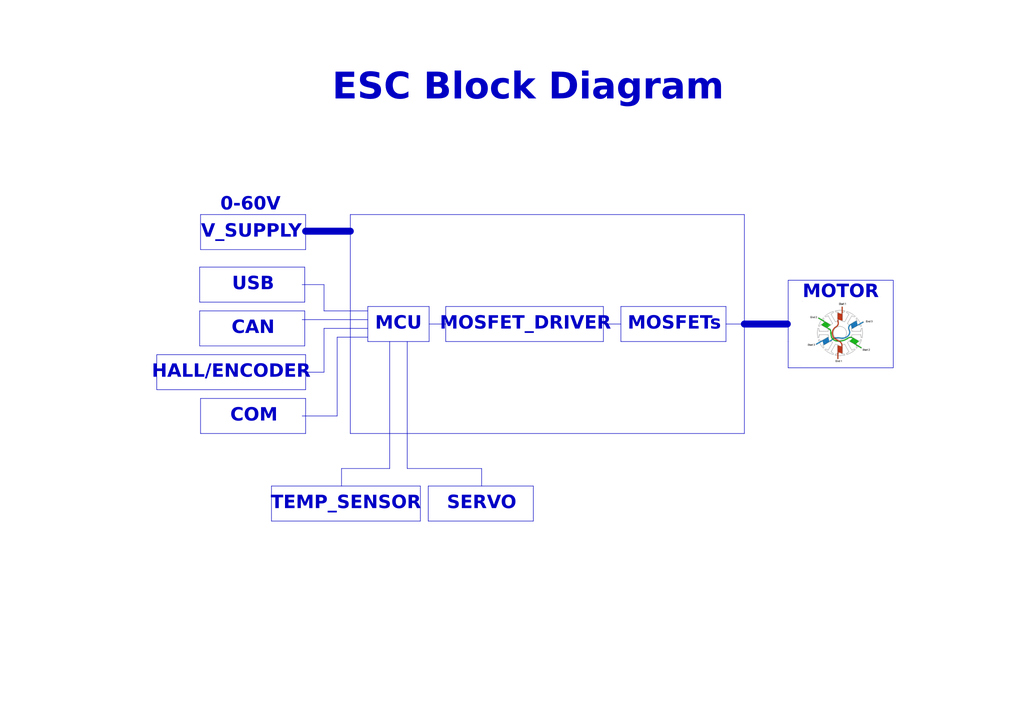
<source format=kicad_sch>
(kicad_sch
	(version 20231120)
	(generator "eeschema")
	(generator_version "8.0")
	(uuid "bcd515ae-0865-45cf-909f-5c72384b9d50")
	(paper "A4")
	(title_block
		(title "ESC Block Diagram")
		(date "2025-01-09")
		(rev "rev_1")
		(company "Alpha Amps")
		(comment 1 "Choaib ELMADI")
		(comment 2 "choaibamd@gmail.com")
		(comment 3 "choaib3elmadi@gmail.com")
		(comment 4 "+212 643 241 400")
	)
	(lib_symbols)
	(polyline
		(pts
			(xy 118.11 135.89) (xy 139.7 135.89)
		)
		(stroke
			(width 0)
			(type solid)
		)
		(uuid "01c3f2e0-41ae-4667-9bc5-ed30af814adf")
	)
	(polyline
		(pts
			(xy 124.206 140.97) (xy 124.206 151.13)
		)
		(stroke
			(width 0)
			(type solid)
		)
		(uuid "021b856c-1d60-4d10-af36-70ecb55ebefa")
	)
	(polyline
		(pts
			(xy 88.646 62.23) (xy 88.646 72.39)
		)
		(stroke
			(width 0)
			(type solid)
		)
		(uuid "08dadff1-f8c3-4465-b0d9-9ce9b6f16721")
	)
	(polyline
		(pts
			(xy 259.08 99.06) (xy 259.08 106.68)
		)
		(stroke
			(width 0)
			(type solid)
		)
		(uuid "0c23f2b2-89fa-4be2-81d0-9be73709fd44")
	)
	(polyline
		(pts
			(xy 228.6 81.28) (xy 228.6 99.06)
		)
		(stroke
			(width 0)
			(type solid)
		)
		(uuid "18929ad8-469a-4675-a7fa-d28be0322f28")
	)
	(polyline
		(pts
			(xy 101.6 62.23) (xy 215.9 62.23)
		)
		(stroke
			(width 0)
			(type default)
		)
		(uuid "1b99e1ab-f25b-4854-a8e8-86da9932c4f2")
	)
	(polyline
		(pts
			(xy 88.9 107.95) (xy 93.98 107.95)
		)
		(stroke
			(width 0)
			(type default)
		)
		(uuid "1f1ae289-3810-4fe3-ae04-5d6c35c6b7c9")
	)
	(polyline
		(pts
			(xy 106.68 88.9) (xy 106.68 99.06)
		)
		(stroke
			(width 0)
			(type solid)
		)
		(uuid "20253d31-0a03-4dff-8189-07d0b775957f")
	)
	(polyline
		(pts
			(xy 124.206 140.97) (xy 154.686 140.97)
		)
		(stroke
			(width 0)
			(type solid)
		)
		(uuid "20d3615e-4a0b-4166-8bda-c1084cc2bb5c")
	)
	(polyline
		(pts
			(xy 99.06 135.89) (xy 99.06 140.97)
		)
		(stroke
			(width 0)
			(type solid)
		)
		(uuid "228737e8-f4b0-43cc-b800-553f98916a72")
	)
	(polyline
		(pts
			(xy 180.086 88.9) (xy 210.566 88.9)
		)
		(stroke
			(width 0)
			(type solid)
		)
		(uuid "22db6ac7-5fba-4658-950d-8f744ee1777a")
	)
	(polyline
		(pts
			(xy 106.68 88.9) (xy 124.46 88.9)
		)
		(stroke
			(width 0)
			(type solid)
		)
		(uuid "25c369a4-74bc-4850-907b-1f0bd2c25f26")
	)
	(polyline
		(pts
			(xy 78.74 140.97) (xy 121.92 140.97)
		)
		(stroke
			(width 0)
			(type solid)
		)
		(uuid "27f4188b-aaaf-4fed-a376-4bf1bef851d3")
	)
	(polyline
		(pts
			(xy 210.566 88.9) (xy 210.566 99.06)
		)
		(stroke
			(width 0)
			(type solid)
		)
		(uuid "2995bd0e-dbc8-4db7-9a25-c438ac553c32")
	)
	(polyline
		(pts
			(xy 58.166 115.57) (xy 58.166 125.73)
		)
		(stroke
			(width 0)
			(type solid)
		)
		(uuid "32067553-f5b1-4f73-909c-52a50a5779f3")
	)
	(polyline
		(pts
			(xy 180.086 88.9) (xy 180.086 99.06)
		)
		(stroke
			(width 0)
			(type solid)
		)
		(uuid "38a9f3dc-e6a2-4f64-8954-70f513e9f301")
	)
	(polyline
		(pts
			(xy 154.686 140.97) (xy 154.686 151.13)
		)
		(stroke
			(width 0)
			(type solid)
		)
		(uuid "423715d6-6e06-4cd2-8c9d-091c6e70eb40")
	)
	(polyline
		(pts
			(xy 93.98 107.95) (xy 93.98 95.25)
		)
		(stroke
			(width 0)
			(type default)
		)
		(uuid "46fd1288-7387-4679-835b-392f2ef56fc9")
	)
	(polyline
		(pts
			(xy 88.646 125.73) (xy 58.166 125.73)
		)
		(stroke
			(width 0)
			(type solid)
		)
		(uuid "4927700b-3956-47af-aa13-63454c197fa1")
	)
	(polyline
		(pts
			(xy 97.79 120.65) (xy 97.79 97.79)
		)
		(stroke
			(width 0)
			(type default)
		)
		(uuid "4b6f1797-5205-4047-97a8-7540f0c66956")
	)
	(polyline
		(pts
			(xy 175.006 88.9) (xy 175.006 99.06)
		)
		(stroke
			(width 0)
			(type solid)
		)
		(uuid "4e599465-df5a-4604-ad68-8d58f7869062")
	)
	(polyline
		(pts
			(xy 88.646 115.57) (xy 88.646 125.73)
		)
		(stroke
			(width 0)
			(type solid)
		)
		(uuid "530fc396-1c7e-41d9-8459-ec732777334a")
	)
	(polyline
		(pts
			(xy 93.98 90.17) (xy 106.68 90.17)
		)
		(stroke
			(width 0)
			(type solid)
		)
		(uuid "58728d45-39cc-42a1-bd40-21dec9d4451a")
	)
	(polyline
		(pts
			(xy 210.566 93.98) (xy 215.9 93.98)
		)
		(stroke
			(width 0)
			(type solid)
		)
		(uuid "5d6d935d-bcbb-4311-845f-40e223addb44")
	)
	(polyline
		(pts
			(xy 87.63 92.71) (xy 106.68 92.71)
		)
		(stroke
			(width 0)
			(type default)
		)
		(uuid "612c5e6d-c9c3-4a53-a5f3-08e94e318ba3")
	)
	(polyline
		(pts
			(xy 228.6 99.06) (xy 228.6 106.68)
		)
		(stroke
			(width 0)
			(type solid)
		)
		(uuid "67578b1c-840d-4498-9ed8-dfbe66831552")
	)
	(polyline
		(pts
			(xy 45.466 102.87) (xy 88.646 102.87)
		)
		(stroke
			(width 0)
			(type solid)
		)
		(uuid "68c79b64-b718-41c1-8553-6d33e9658e26")
	)
	(polyline
		(pts
			(xy 88.646 113.03) (xy 45.466 113.03)
		)
		(stroke
			(width 0)
			(type solid)
		)
		(uuid "6adcaeb3-7980-437a-903b-8e63b42ec493")
	)
	(polyline
		(pts
			(xy 88.646 67.056) (xy 101.6 67.056)
		)
		(stroke
			(width 2.032)
			(type solid)
		)
		(uuid "7db22ad6-124a-4c64-9f5e-d407a65bb004")
	)
	(polyline
		(pts
			(xy 78.74 140.97) (xy 78.74 151.13)
		)
		(stroke
			(width 0)
			(type solid)
		)
		(uuid "7e5dce7a-a49e-465f-929f-ef892eb901df")
	)
	(polyline
		(pts
			(xy 88.392 77.47) (xy 88.392 87.63)
		)
		(stroke
			(width 0)
			(type solid)
		)
		(uuid "7e6f1fea-3422-402f-b252-98e867d80b64")
	)
	(polyline
		(pts
			(xy 87.63 107.95) (xy 88.9 107.95)
		)
		(stroke
			(width 0)
			(type default)
		)
		(uuid "852187d7-f938-4366-ad43-65258f586df4")
	)
	(polyline
		(pts
			(xy 88.392 100.33) (xy 57.912 100.33)
		)
		(stroke
			(width 0)
			(type solid)
		)
		(uuid "85e87022-6b3d-4245-a99e-1f37d67e672e")
	)
	(polyline
		(pts
			(xy 215.9 93.98) (xy 228.346 93.98)
		)
		(stroke
			(width 2.032)
			(type solid)
		)
		(uuid "87287285-312c-4a02-bbbf-7feb943f93bc")
	)
	(polyline
		(pts
			(xy 121.92 140.97) (xy 121.92 151.13)
		)
		(stroke
			(width 0)
			(type solid)
		)
		(uuid "8a496a1f-d86d-45f6-8ff6-6d1a8498027a")
	)
	(polyline
		(pts
			(xy 57.912 77.47) (xy 57.912 87.63)
		)
		(stroke
			(width 0)
			(type solid)
		)
		(uuid "8b8be63b-c045-4923-802d-586e4ec812be")
	)
	(polyline
		(pts
			(xy 87.63 120.65) (xy 97.79 120.65)
		)
		(stroke
			(width 0)
			(type default)
		)
		(uuid "8c39f42e-97ce-4653-bbbd-612bc634ed78")
	)
	(polyline
		(pts
			(xy 113.03 99.06) (xy 113.03 135.89)
		)
		(stroke
			(width 0)
			(type solid)
		)
		(uuid "93caa456-197c-4e18-bb46-c6905df73bda")
	)
	(polyline
		(pts
			(xy 93.98 82.55) (xy 93.98 90.17)
		)
		(stroke
			(width 0)
			(type default)
		)
		(uuid "96f1954d-cd7c-494b-8941-874d310206be")
	)
	(polyline
		(pts
			(xy 58.166 115.57) (xy 88.646 115.57)
		)
		(stroke
			(width 0)
			(type solid)
		)
		(uuid "9ec94c08-6b95-42c1-bad4-6226e6e9fef8")
	)
	(polyline
		(pts
			(xy 57.912 90.17) (xy 88.392 90.17)
		)
		(stroke
			(width 0)
			(type solid)
		)
		(uuid "9f4282ec-9da3-44be-9da1-f6495e0608d1")
	)
	(polyline
		(pts
			(xy 113.03 135.89) (xy 99.06 135.89)
		)
		(stroke
			(width 0)
			(type solid)
		)
		(uuid "a7894e8b-2d6c-4a36-9788-c379534f634a")
	)
	(polyline
		(pts
			(xy 154.686 151.13) (xy 124.206 151.13)
		)
		(stroke
			(width 0)
			(type solid)
		)
		(uuid "ace7676f-2467-4898-b867-d20017e612b1")
	)
	(polyline
		(pts
			(xy 58.166 62.23) (xy 88.646 62.23)
		)
		(stroke
			(width 0)
			(type solid)
		)
		(uuid "b0cfa319-b613-45a4-8420-66158e67097b")
	)
	(polyline
		(pts
			(xy 121.92 151.13) (xy 78.74 151.13)
		)
		(stroke
			(width 0)
			(type solid)
		)
		(uuid "b19a7508-2236-4cd9-ada8-019b1f9acd66")
	)
	(polyline
		(pts
			(xy 88.392 90.17) (xy 88.392 100.33)
		)
		(stroke
			(width 0)
			(type solid)
		)
		(uuid "b4405261-37d0-4692-8e6d-284485f3d669")
	)
	(polyline
		(pts
			(xy 57.912 90.17) (xy 57.912 100.33)
		)
		(stroke
			(width 0)
			(type solid)
		)
		(uuid "b7c0336a-b006-44de-95bc-1e8d3e55b191")
	)
	(polyline
		(pts
			(xy 129.286 88.9) (xy 129.286 99.06)
		)
		(stroke
			(width 0)
			(type solid)
		)
		(uuid "b7f8fe3d-89f4-42fd-b18a-e2363919a21d")
	)
	(polyline
		(pts
			(xy 45.466 102.87) (xy 45.466 113.03)
		)
		(stroke
			(width 0)
			(type solid)
		)
		(uuid "b8baa551-f675-4c87-ade9-52e7202b21a0")
	)
	(polyline
		(pts
			(xy 215.9 125.73) (xy 101.6 125.73)
		)
		(stroke
			(width 0)
			(type default)
		)
		(uuid "bbc1c9a4-de6c-4458-bf83-9c32405545a4")
	)
	(polyline
		(pts
			(xy 124.46 99.06) (xy 106.68 99.06)
		)
		(stroke
			(width 0)
			(type solid)
		)
		(uuid "c0bbcb04-5163-4aa7-a4fb-75b36c468584")
	)
	(polyline
		(pts
			(xy 175.006 93.98) (xy 180.086 93.98)
		)
		(stroke
			(width 0)
			(type solid)
		)
		(uuid "c2f9bb4f-0335-43b2-8b19-23168ec36d34")
	)
	(polyline
		(pts
			(xy 124.46 88.9) (xy 124.46 99.06)
		)
		(stroke
			(width 0)
			(type solid)
		)
		(uuid "c80aceca-d194-4ce5-8675-44dc956cc5ab")
	)
	(polyline
		(pts
			(xy 87.63 82.55) (xy 93.98 82.55)
		)
		(stroke
			(width 0)
			(type default)
		)
		(uuid "ca8f7f6a-895f-45bc-baf5-40fda907f220")
	)
	(polyline
		(pts
			(xy 259.08 106.68) (xy 228.6 106.68)
		)
		(stroke
			(width 0)
			(type solid)
		)
		(uuid "cc9e96c8-5403-4316-9c76-ac26fa4664e1")
	)
	(polyline
		(pts
			(xy 124.46 93.98) (xy 129.286 93.98)
		)
		(stroke
			(width 0)
			(type solid)
		)
		(uuid "cd2e1dd6-6228-45b4-898c-09dfd6d51d1b")
	)
	(polyline
		(pts
			(xy 215.9 62.23) (xy 215.9 125.73)
		)
		(stroke
			(width 0)
			(type default)
		)
		(uuid "d549d7cf-cb76-441a-ac4b-a37b4719ad62")
	)
	(polyline
		(pts
			(xy 57.912 77.47) (xy 88.392 77.47)
		)
		(stroke
			(width 0)
			(type solid)
		)
		(uuid "d700c18a-78c9-4ec9-b4bb-215b97798ac2")
	)
	(polyline
		(pts
			(xy 259.08 81.28) (xy 259.08 99.06)
		)
		(stroke
			(width 0)
			(type solid)
		)
		(uuid "da729649-0c44-4c55-b430-605389d3ea22")
	)
	(polyline
		(pts
			(xy 93.98 95.25) (xy 106.68 95.25)
		)
		(stroke
			(width 0)
			(type solid)
		)
		(uuid "dddea5a5-6ff0-4c61-95a7-70fae4a1c938")
	)
	(polyline
		(pts
			(xy 101.6 62.23) (xy 101.6 125.73)
		)
		(stroke
			(width 0)
			(type default)
		)
		(uuid "e0a582fa-533c-4eda-8f58-eacfaf02401b")
	)
	(polyline
		(pts
			(xy 139.7 135.89) (xy 139.7 140.97)
		)
		(stroke
			(width 0)
			(type solid)
		)
		(uuid "e15bbaae-e357-48c7-b79b-d94f362d2137")
	)
	(polyline
		(pts
			(xy 129.286 88.9) (xy 175.006 88.9)
		)
		(stroke
			(width 0)
			(type solid)
		)
		(uuid "e23fb38e-cd9e-407f-8989-31eb698df924")
	)
	(polyline
		(pts
			(xy 228.6 81.28) (xy 259.08 81.28)
		)
		(stroke
			(width 0)
			(type solid)
		)
		(uuid "e2d94860-ef3a-42d3-8b18-cc84d7f3e95f")
	)
	(polyline
		(pts
			(xy 88.392 87.63) (xy 57.912 87.63)
		)
		(stroke
			(width 0)
			(type solid)
		)
		(uuid "e6b1b917-a619-463f-9db5-2d97d518f392")
	)
	(polyline
		(pts
			(xy 88.646 102.87) (xy 88.646 113.03)
		)
		(stroke
			(width 0)
			(type solid)
		)
		(uuid "efa911e6-ff6a-4017-b20a-451f571fb1ce")
	)
	(polyline
		(pts
			(xy 58.166 62.23) (xy 58.166 72.39)
		)
		(stroke
			(width 0)
			(type solid)
		)
		(uuid "f0cc0844-218c-456d-9873-b29f33ddda3e")
	)
	(polyline
		(pts
			(xy 88.646 72.39) (xy 58.166 72.39)
		)
		(stroke
			(width 0)
			(type solid)
		)
		(uuid "f10edca7-9bd3-4259-b56a-f0f80dfbbdf8")
	)
	(polyline
		(pts
			(xy 97.79 97.79) (xy 106.68 97.79)
		)
		(stroke
			(width 0)
			(type default)
		)
		(uuid "f401f6b7-cee0-415c-9569-9e02e08d5076")
	)
	(polyline
		(pts
			(xy 118.11 99.06) (xy 118.11 135.89)
		)
		(stroke
			(width 0)
			(type solid)
		)
		(uuid "f41fa974-87d4-4e02-a67c-68390dfb4e63")
	)
	(polyline
		(pts
			(xy 210.566 99.06) (xy 180.086 99.06)
		)
		(stroke
			(width 0)
			(type solid)
		)
		(uuid "fe0cb51a-41d4-48ad-9a6e-77fa652e2851")
	)
	(polyline
		(pts
			(xy 175.006 99.06) (xy 129.286 99.06)
		)
		(stroke
			(width 0)
			(type solid)
		)
		(uuid "fe7adc91-397c-48b1-b25a-5b4ca4a830cd")
	)
	(image
		(at 243.84 96.52)
		(scale 0.548968)
		(uuid "57435ba1-07d6-4645-ba18-4fa88b01271b")
		(data "/9j/2wBDAAIBAQEBAQIBAQECAgICAgQDAgICAgUEBAMEBgUGBgYFBgYGBwkIBgcJBwYGCAsICQoK"
			"CgoKBggLDAsKDAkKCgr/2wBDAQICAgICAgUDAwUKBwYHCgoKCgoKCgoKCgoKCgoKCgoKCgoKCgoK"
			"CgoKCgoKCgoKCgoKCgoKCgoKCgoKCgoKCgr/wgARCAGOAeUDASIAAhEBAxEB/8QAHQABAAICAwEB"
			"AAAAAAAAAAAAAAYHBQgBAgMECf/EABwBAQACAwEBAQAAAAAAAAAAAAAFBgEDBAcCCP/aAAwDAQAC"
			"EAMQAAAB3uyAAAAAAAAAAAAAAcPPXo2I7VPNCRqhmxKOYRNwAAAAAAAAAAAAAAAAAAAAAAAAAAD5"
			"dN90Yiat1zvvhsNadv8AFyHKoLkx2RAAAAAAAAAAAAAAAAAAAAAAAAAAAAOmsOzv5uQ1n/SdxzM1"
			"gAAAAAAAAAAAAAAAAAAAAAAAAAdDu8vE+rrAvAsXmvOxPvzc3j0Ur13/AEt7Vzk7BSJm8+MvUAAA"
			"AAAAAAAAAAAAAAAAAAADiPxwzOLkGJI9aMSmBVuQsCvvn7++Z6T3NwzF4fmv+hegXBM7tfZNe8/S"
			"8ZXdkQM+ubfDHCeIFOD1AAAAAAAAAAAAAAePyGRdPM93l5n0uo7OOQfIe8F8ZKfLKK7sIhOdzNel"
			"ic9O5xWVm1fp6NDvl5+zzf8AQfzWpWc7kYH9BXHN98Sde2GINaMNmR88FkOMM3mYn0JgAAAAAAAA"
			"AAAACoK6vmFFbfHbWEJlUt3wstnvW2uMVC7tdqwsfvk/b5a9lO7fg8vLBgPjlddFixeR9zA5+u7D"
			"Oaoteo9PToh9nlx5x+gfpntcT7uhP0I5L/4h0ryQ8kj45hhjZp45ggH1zTg8+a0k5KAAAAAAAAAA"
			"AAAAOOR5wGweNerSvx2xqysU2UTPSi9ent2FfJ9NhtPbGZPrnMNmkAmZ8OHmNelhQaa62aeqmIVb"
			"G69Z9C/MOcbbU/s1bZ+eC+C0ecYmw8XljxgvE+O3Zwc8cRp84H76TujdpkuVrmwtPR6OvTD1efGX"
			"pzppbBeam/MuhqttKegAAAAAAAAHj7QU+Sw/j5wwupM7o6l+eSrY7UfHcEX+kHfVPYS7+jSSBT6v"
			"O2Rsb5/P7SucZbGJ+NmjO+/53/ojA3L069ubDSIr88yM9MVmK3MnNPJh6YCttWZaGuKjMR737z3n"
			"9J/zO3mrlnnuD+jVGAn9h9Yumz0zCSWV8etVt+rU7uozqfaVvDXu9fvAAAAAAAAAHWu5tVhIKF2Q"
			"68XBop3setvNPH/Xz+npHRSU4a0Jmfsmf8yf0z2Bzz12bVLSLTeFtku3dqeQdHBPkTk0lBewHl69"
			"cYrWgpP42eqa+4jY7Xi11H5Pu8OZKP8AWyYDtzXLLrTeOw0Grtjyk3q+0YGw8cjIAAAAAAAAAAA6"
			"HbrW+cJfxyPOr7S51adHYl+hNR1mnQbZXRS3/r72RYfL2e59NZM/QcHdMRs1ZEx64yHyj6eZOv4S"
			"MWEILNvng5YnTjlj89N69DP0FtFSqXTDemhfvFLbCX1M+TrxmV5V+xuvbqy7VTMCTAAAAAAAAAAA"
			"Aefp5kF+f0xZavNe9iwFfiwFfjD1Dcc4jYnWm/8AT63oXXQ23GvG6Eh6T9nPHM3UAyAY/IdSETev"
			"5+agWx9VOWepbATzGwGsW211fiwFfiwPGC4kyXGewBYwAAAAAAAAAAAHXt1K9sGv7DPPt2HV2HV2"
			"Hl6c9MNAMz5xvzPTc+0+r20Xokp2HTwgAAV3YNe2CQ3UW963tdO2/wCvfmp3Hq7MursOvT1HFd2L"
			"XZYgAAAAAAAAAAAHXt0ID8GQ+c+pPeSAp8ICnvQrKzoBPsNSoPcdcUqu99zNEtr5/wBKsR14lqt3"
			"dDPdxyOOPjziGyyo6Ilob5dmIRsX28GJiPSwq3aIWnnbOYCnwgOLtLzMBHu3QsUAAAAAAAAAAADr"
			"24KszU17nYHHVWv1qsahKWrK0VS4tuvzs/SPn6a7103V0v8ANeGHSOvMxj121vkpC/vRfP8AESCY"
			"efVF/J9uCrfZrsuupjLvvVrvdPzVfRoKWQHam16/Nfnrc2yOlHLxbgS789LtlZzaHn4vssFo58vV"
			"nNOTuSjuAAAAAAAAAAAAcHwVdbdR5+ZvzqtXlhrc7qCb11bKhk+nxfXLRHvu7o/ZUBYLZqOS7Mwk"
			"1rngt1628taoxO+oZEW+Y2nqZEpO57a+9M2Vjx2P19s1abTQ92ZjmxWriEfPSmPmI19y8p8RyuL+"
			"zz5OLN7FaqdrDa/0Ah1b236P61hLPhsy27gAAAAAAAAOOIbDy41dSQkKv4kXX8nhojIRl40DbGyE"
			"/XKVv2JT+tWrVzW7dPSu70XjFWRth9fNLbDzXmkXnrXFjV/x989+jr0PVB5odaotnjVu/PbeyiMH"
			"A3jbVgPnsdBk9eWBiT7PpiExxihtft+MPDwOhHF50VRPM2ycD23sVtx8Vl8auV+m3br2AAAAAAAA"
			"AKvpfbbg/PD6/wBBBrn5bIiH+8q5fPTvyZiGTzNfs4yO2Dn93PkfXs073HPxMxKVRWcHaBSyKEsr"
			"u06p17Yren5mZeu3zdDWbJYr527p4ad+No858PtrywSv535Q0nwPPASJ8/Og1i3RVlVpNj2rond/"
			"X3bAvl+qwWkM5AAAAAAAAAAAAAeHvwVjJJD2Pfmu82Siu5RjiU+iNmAsHASI61Fb1XaenQvjv83m"
			"/wCgvvmkAnshCfoW5X7w+H5jKV6WJCZtwY/J17PD1V9kjASCUdyO68bWcRsTqRtv89U9HTcDXCbd"
			"XbbKs+pZvOtmyB3AAAAAAAAAAAA+H7hXMkz8BOliR+QHnX325wzXbjk61badZ6ujQfr38fNv0F8d"
			"oV3YcrXf0HF58XYXNeZEpjWVlkewM7gZlePuz5yABS109DSTIbl9TWScXKNT9ru3J2AAAAAAAAAA"
			"AAA6dxGsJYHQxca+vGmdklT2wc07kqx5e+qbehu4kZYdIPi3lrrZptDmu8jM1WTQSZVaWbhfkmJD"
			"Z56cnHIAAAAAAAAAAAAAAAAAAAAAAMbkhWVWbP0TySVTbI0TtpyScA95ylq1X30TkefoAAAAAAAA"
			"AAAAAAAAAAAAAAAAAAHFE3rDefr1+2zraytHby4574cAAAAAAAAAAAAAAAAAAAAAAAAAAADV7ISH"
			"4jLxnIdjKWjGZWZAAAAAAAAAAAAAAAAAAAAAAAAAAAAAAAAAAAAAAAAAAAAAAH//xAA1EAABBAIB"
			"AgIJAwMEAwAAAAAFAQMEBgIHABESEEATFBUWICExMlAIFzYiJjAYJDU3IzNw/9oACAEBAAEFAocX"
			"GLh5zqnO5PDqn5lz6PbitLg8BtOt2K4RbbVZzZXcNOGWy2WoNUA+urUt3pn5aVm42w4YrEWmSJgL"
			"M/m3hBmxK1Txhyayy8z+n7/pz8sqdeSKDSJhiXVa1OKx9Za7iNzadVScRcEyQWLGhIH5hV6cG7/n"
			"z0/N5/Svf8h+Y7kXiqicRUXmf0r3/IIqflMsu3iOIvJEtiIx76zJievbJmL6HZsrnsTYnFDbE4ES"
			"SjuFlt8XIVdhhEn38RxF/Hr9DNwBg3vaN0NcFMFAV2REVBuVjqDPvrPicE3eCVKovXmf0DO+ryEu"
			"pCUlWHz3pZObGFwQEO/tBkvTY7OLKamMfizNghBE9XuNgzFAxAKPPsy+sigEjGWn07E5sy0TabVY"
			"W3rQ2dDb4p0vARYwh9imRXjBtMMeIiJwjDjEYkTA5SY8AkOMRJFQwivM2uaLcbVVT8PkvHrASNPh"
			"q1CDuc2HHJv1evsiGBHjtuafH0f2Znz01mhcQyNbf1XajYmz+Py4THYuXjkhlp9nAKWqqBTUI3E6"
			"+addbYwxJj3Mu5OOPYN4o5jkjUph9eJ8EySzDjeiKXFZRIBVx8e4zHj3cnM8e5Aye6xzH6eG34Vg"
			"IUXIUAdczYMs5+0JLOOnsiky2eJwlFCjKiHmw4X05YjrAIbBuML05qvrMkhT+Ux/zO+f+n6XXKU6"
			"dh7a2Z6psK7X2z1aAG9va4rFOrI3a78hqKz6ROYr3JzvTkuLFJRnK9ah2IqoChcs+FwND6oZdNDe"
			"WkK4ZH140ycDIvXw3PAkTdeszQL64jnWkR8qyupoE+43DwXJMeTVWw3TmX0g4pbLDOGxCUVKyYA4"
			"jKmjZL0icTNMvMXWrsXSqi9f3iBOTU8BKlYdIRDT06sOv06jazPUpzbC2RyoVe1GqllUNnBLJzJ5"
			"McXfbVwWs2GNYYfiXzxq53HPv4qdeScFq1px+nN2RhT9BzOYN8bHCJy5xjzHNawXTlz8LQa9iDa0"
			"F9ihPolsLyWYwUXFCDfEg/NuBOsnMy0bzqoi8t2vq/auWqinavhDt5+OPx2VX5NbrIXCvifEmLhF"
			"h9VISMc+GxcQ2NqBeeQg82KJBGKi3Sjs1w2AbgO4jpOGOt2Rbtp5kvTg/P3psmP0feajs1ljMwRR"
			"ET4Jzi1q0nxs1l0QViGoPw9fM2gzmGhE9KD1hE48gGe1tsQyQNxpDMlvwX6WmM/Afhy2J0fpy2ek"
			"Azu/Ht3lZwBSsaOiN47XXDDJD2o6EcfpVIAU+WFswGwJay8iK2FEwwYvls7z8vDDDDHw68IWoCOl"
			"idtQ7o7RbH7zV15cqrZcfpzNzBvHHLHJM+vIFydJm5e1RNJdlboqbYDUlxm3NNiWfYdPPYL1TyWa"
			"9OA8feU1yxVwJaBhFmDWylHuLtZmVbagKcDTPFfBzFM8K5/bJTjzOL+DOuAiNbQAtrq/X5BmDfm/"
			"t4qcL1IAccEU+ILIY9ehcjFEwqgLnMROdenLJYRlZD3LcZSbPzJPn5tfnx2R7SovDAuEZgU4xJnj"
			"7ntCv1F207Bsp6ZUj62GBmirwRWNi1coCrNqd2ZV9ZbEpATVdWtFdxuIDbp+MNhoOgeSvbz7gyFH"
			"YgRGpkV9m77LlGXG5LRFJUxxlyTFiBBdf28dhGq5bwNqjdyc2Jn/ALCBlJzh+BuCpMRr6Tilmb+3"
			"4bk5myWbdwcbV3FOWzc9bASbJc7cZiTW8YdiZ7o9hFZZNGNPlUI6/stwrtTjW3YRaxmKnRLDacaf"
			"qqv1J/HHp5lV6cG5ZHLxaH3y8zYLrYg+67mczdk55vuKyHZxxYCtRYTvphhUmIYpNuOLTQQFyJmi"
			"dPDrzcN5lVoXpwK/NvmH0+FcEyWa+1rpq6bVMWF1rMuSwiJjNrBt1ZdXMux2uT09VsYG6WSqgYUQ"
			"raC9J1AGKiKNNfm1nzRJ6UxAAG5dVAVYM9Ai2Kj1W18tmqLfWQ7b8OGPfdjCGIkN3F2JLdRKDrfG"
			"2thqkFAvJ43LZdepSliZi32Wi18RrUC/smiw3Y11qk3FM1X4d7H5DpLTFNjF3t4iPUrOJ/25qvML"
			"7JG45E64FETdl4671NgCzgCxoqI/6Wlm65IMOW7zXy52Yr4qicuethtmjHKAertkw9LLd1nQWD2G"
			"DbbaeGS9ObB3MQSYMEGDuVI1lNEQYFHqkTKNEjQ2ZVdAznPchkakWyEIEvHwXlpKzDBWuBINeD70"
			"FtSaWTVuBYoMOb71V/Qr0wSNGQRbPRPBcUXnRPNZ/aR9ulbfWjkyfK+DPFV5O1UFYIwTdnHmBG6i"
			"MfgQtCOjVVE5uTYTojGn1eMYdrtUih8vhmw4pCKy5IqE5v6ZfQuxmHnw5DMyNeI0k5PBaKshMpUq"
			"UGpkRPl8HVOEJFquECpkELVvzDvT0dSy9aNgl9Xv6fP4tlBBBrG/67fpcLVNicB2y7WqJT6zDilr"
			"lZtehIuMf4yUGKThU4hLwZ+vNyAYoO56NKtSqTsXHKOIayTLH4XPrrLD0lC1t1wrvmHPs178x5ac"
			"6AvybChIn7hwufuHC5+4cLn7hwufuHC5Cffs9wOC1MBQE6TWzm/DEfOFrwbNyiQYseDD+PJOvDiI"
			"FtuP27mD+0aRpgzgMvB0WybDAb/ngG/cOFz9w4XP3Dhc/cOFz9w4XDN7V8XT42EOpUL7/MZfTVf8"
			"Cyxxy4mGCc7MedmPOzHnZjzsx56LHryyNZvP7POxbJdNVQ09lp8k/wAGyl9XA4fbsB5lila1Rcb3"
			"0687MOdmPOzHnZjzsx52Y8VrBfCrp/eHmF5qr+Af4M/ljYR06GfOIz6/qh30YjH6f4Nmp6esYfbv"
			"U5jGrel43rmwv8NW/mXmMvt158hpZDBi8+5xjnucZ57nGee5xnnucZ57nGOQkMgLll9u0Y7kfYh2"
			"I45QNfF8IVYbyxXD/BYk9sWidOiC4VztD9tsGqKZnVgNhK4gQcGsWGbD9zjPPc4zz3OM89zjPPc4"
			"zwzV7HDFVaVlOrFB/wDZ5jP7aiiRSgRFk39Pp8C5Ypy7YrDf69ebvF+gkwW5BjXutjEIRdqXnkMw"
			"68Veidyc78fFV5KlMRY2NuDVnC6XktcZestZS4c7vx5sObGmQmcsERF6/DkvTmsP6Nfa3TJyv+Yy"
			"+0q4bE3WqgTI4j4qvFc5eN314VCqVwNd4FskyH2zXpdgqVKsMUOZu9QzqBuZuWykn/31u6LN3bsK"
			"Q01t3ZbD0PfNiZSD+oCNz/UJWePfqAkLncdjWO5sBwJ+xvia/UdXuWDYlrN87GrLmouEOWi7DLiy"
			"lYvFZtzCZovwZ4d6OR7dSB9Qgeyqv5j687E4iInjkvRLlskVWg1u2GSuR2OmRsXXDD0UXHeakN5/"
			"PG/BhlYtpIfNxdtVQN1XAJDhjnYmvqfjDFa00lYYMrQVaczn6Dza5KoU5zgvQ9gdRvVeuqdHPbYK"
			"Tlhw5pMjT9VBQ2Ho8eFZY2APOOV6WWEzz7pGqbr9mDYstqax49qLzp5okk3KAChWaz1+smny0Cdb"
			"q2NJ2jelyyDz2Go8mR0i2GHn6rYxDaYO6nMpO17etyekSsUkvsGXZ9aG6q1WridrkOye7E7ldt0k"
			"bMCbKpdjxfr9AjsPFf0/wsp+7BEdCu0bwWSDHfsZStaa71EAAQKP8uSdgVKPEttrm2yc3g4fyyc9"
			"cUq+5nglmkBz1J2jLPkYBOGUhSnyVqL1vOz+8/mnPtSxCaAYtexihowKr5m1pbQE0XYYeLhenn31"
			"kV4unoychxuDYQFal3Gr1nVFpsXKjJgJB5Y9XVSwypumroPaI6sus3HOmX2HxqEzHk1YDa7qzC0j"
			"YXsR+mabGyhQ4sBjny5IfeuD22xxJiytYOWDNxxw/k/k96NPVQMZprEbhGjOyMtcFpommdgyhVOm"
			"i5goB5LqnOqc6+PXwlS4sRi17ww7pc0sUm03TEfNBwuCKib3HIwZE4Zwi4mPgsT/AMhWlVLS5swZ"
			"p1GC0mPl8k2BiseEx3o14549ebD1kOtUGGStFKMVqwQLKE8bc5NcLRozENnNOqXTTAgkPMALKKEz"
			"pTQnjTUYKxHjOOu631w4mWIkfhPtHabJ4p0TyV7t0ej1sVsC3xSlU2ZVbNUXrTW2YtQ2PW7oQu+0"
			"LDV5jU/1oUdttmtOdQ0+bPuA6kCrY4B/b5fpzdcFiTryfg4weq9EuFsnUrVNZqsJE6JzPp0B9tqM"
			"Yp056ROrexKkr/enRMkXip15v+sNeq6CJuN2MvZgAFA1sDnXccky4ZDxTcCnl5ZCBxU68NAhtgHX"
			"DTWYwkkJ9opqHOoFzuCYopSfCFwqcKmNwk+nktqy5USsVaSHJ2yNgEb1zrquskZ2ooVdCXvbRynk"
			"JFDwsOFMgUyvjT+OPb4WsNJKMBTUU4NlDBj18p2m8a1aMWkx4idPBeW4hJfQdDijofLhLlSHWh0J"
			"mEdqtOrA2pbLBrZG5Tb2G5YuMzXGt28Hr6IqtfBctsGRFdgy48+LyyqtdKYOd/iuPVZtXAz5Fhpc"
			"gQzSdklaew0ZG7EN4fb5PonOxOdqc7U52JztTnanwLhivCGHukVtA18wKClYZwb4z5sYdCqsF+W+"
			"mKJwjOYGQ6pEkv8AhuOCLnUfIjg5wLYZIx1rbt7xGaOYH5W3jvRUrfpK+aT5pMhRZ0WrS5ECd8Bu"
			"K1bLLd9aMiH8FKV81W90NY4tPI7h515pp5pJBSm51Sv512D42HFbOXxTp4GMveewony5uzILjQsi"
			"BVjnrIGVn7Pfa5rRuA5bvC5iZZQUDKxzQxfpbIEvtFkIpaD4kpedFLVsLIh8slXC2mFZ9XWCv46Y"
			"ynP23z2cfB3KQ42yytnNEVC2oUYdOFo4QdUg0oSP5aDiAQ9bC+xYHht4mHHUfLKxMZyzY/BuNDEy"
			"sNc5jhNt8MkVef1Vm2dU4qdUE9tTP5vNNYOW+QYyC2TAhJfZwfbxRU8UaxR3Zl4N1aXYto3rW9Ym"
			"bs1YLj2DbOvq3nqrY47Z1RO7B23WoePmSECIUhqRIUnhQQFskJimEcDPHOnaN/uuw4p0Tw3EUdFU"
			"PKAUxXIgZh8wzq8+RqkoPqdw8TgeObH04vJLCOWYF7fHY0rCdmcsUcU6GATGnvh2TnZI04rSbWYp"
			"GwY12tBzVdYNRDGjMCsLXXvafO27D6eZyxReOhytZyDWEcZa5sItPD1kGwIgi0Xr47Zk2OHSPZeD"
			"mXdZoaPGRq4aoISB928Vy6cMTMRN256VE47ZJ9jUMBjCG/iXHrxMeejx52JxMenOzHnTp5tcUXhq"
			"rjjeaFrDWkFFxpyLKqbw6SJOOzOJ9ObuNFA1M1eFB2q6Ev0/R8lMao2CGz1RAtblj8JstmBGwlm7"
			"qwIBDQMadc4TcnCpzzWfosERPl+KVE6EKgJmyl9/g+UQitgvyfJIcy5WlN1BCkGq6FGsPXxP6kfb"
			"XPAVr+YFH5CNgYLVixJ54wPaLj6hZ7KVqyVUqX5AGDxUXp+QIQsCUKHTbKIi7qbuDFV0uTIjLN72"
			"WbiWG3y1WbsZUUNf5fBNRdgE8E6J+V/UF/C/0+fyr83+oL+F/p7/AJX+a6onLrUIN2G07Wwill/z"
			"W2LKxA2QGvlUpVUhboAZQhuySti2juw7dAVGDOOvCPy9zrN8XYJat7Mt4q36rL2osIq2ziV92LX5"
			"9qoouM5DHf8Axf8A/8QARREAAQMCAgUHBwgIBwAAAAAAAQIDBAURAAYSITFBURMgIjJAYXEUI0JS"
			"gZGxBxAVMGJywdEzQ2CCkqHC8CQ0NTZzoqP/2gAIAQMBAT8B/Y3LlNiVBuSXhfQRcePb8nfoZv8A"
			"xntrTanXAhO06sS8uVqEnScZNuI1/DGU1oYam8obebO3tsO3lSL22jbsxHZSG7s3H3FXH8J1YzMz"
			"GNMcUsIKrbSNFXZqnW41JdQHwdFXpbh44YkMSWw40oKB4c6F/m0eI78IixHUjR0dLu82cZjEpqlO"
			"p01gW2KTpf8AYdmdZafbKHBcHEjLcymuGRR3NH7B6pxSsyCQ+IcxstvcNx8DzYLZdmNoCrXI18Ne"
			"KhmesUGoLhStF4J4jXbE/OUCoUxbIQtCjwPR5pIG3EeUxLRptG42dizFmBlxwsRLXT1l+r3DvxSM"
			"0yYpS0sXSdSQdtt61HEKqQagjSYXf52Vlp5KuBxn2y6whz1kJPNnViNE6CTdZvYd43HFRrcycnSv"
			"YEBYHek2I+JxlaSPKH2BsNlj94XxUqxBpbd3la9w3nEd6v1d9LiRyLIN9fWV9fU4z0yEplpegTvx"
			"Ook6AoIUjVc6I3ffXhXJ7rqB2ne4eA+yMUmNOXJDcY+dOoqHVbTwHfhpBbaCSb2+bLFCM6WH5Qsw"
			"nWSdmrdjMdTTVqqt5HVGoeA5lRmzJ1S+joitG2tavwGKohyDUX0n0SlwfA/HCkobJG5Cz/C4MZfp"
			"dSS4h3q2CkH2HUf74YgZdiRHOWeJcc9ZXYX2GZDZbcFwcT8oMrUXIitEnV91P2cUisZdpw8iQdAj"
			"1ha58cAgi4xQ6RDYgqqtSHmx1U+scVjMcyr2b6jY2JGzm5aCTKlqX19M+7Fdo702oNONjUQUq8CM"
			"U/LkWMkKe6StEA8OjgC3ZKnRoFVZKXkAnjv9+Pk6jyaqlFPXrUlZQfAH8sZynB2peRtam2eiB8ed"
			"b6OzPf0Xh/Mdo+RY8nneY05t0lEe2/4YqalKqLxV6x+POqzgkZkiR07U3Ue0ZYl/Qnyjlw7HNE+7"
			"UcZwg+Q11y3VX0h7ebVa1FpaLHWs7EjbihU19Lq58z9Kvd6o4YuOyOutsoK1mwGKlmdpgkMi4BTc"
			"9yt4xlic9JjONPG6m1EXxmhh6I81VmOs1t704o9cpfyj0EM8tyMhvUhR2HFVyznukPaEh5IB2G17"
			"4MLNLKRychK/FOFO5yb1aDascjm2WjRecS2OI24MumUyVoQUmRJOq512OEZbqk8ac+UoE+inUBiZ"
			"GRlRxMhMlZB/Vk3KsUvNEGb5t0hDg2jcO6/HsKlJSm5w5mNp2WI0NBcN9ZGwe3FUmy3JJbfPUXo/"
			"urGr3YRdxkIVtKVIPijpJ/AYyvLU3OWbX5RAV7U6jiPT6jWZHlFQ6KAeij88SssOx5BlUp3kl8PR"
			"OKHn7NlPQINYhh9jeQbkeGJVFg1qCZdAN1WvySuirD8vOqnFNCKlsjV0jgZbqtRVepSiR6qdQxCp"
			"0KntBuOgJGKnLchQVvNoKlDYMSX5b8lT0hXnN53NjgPtYaZVHWlVultSn+pWKZmeZAtpqK067/aU"
			"dye4YjrU6ylahYkbPrqpURTY/KaBUTqAHHCabWK6dOerk2vUG324iQYsBvQYSAMZlgqNSUE/rUav"
			"vJ14pmXpcpfLOdEXSseNuliHTYkBsJaTsv8Az5kaS/EeDrSrEYrHJZgoX0qEgOoNl238DzKjl6BU"
			"CFlNiNfdfiRvxVqFLp6yHLlJ2q3rPqjgP74YyxlzkyJksdL0U7kj8/ryAfndjMPOJWsXKdnNjoS4"
			"+lCthOHckMPD/BSgTwV0ThunVCh0CXGmNmyrWI1i/NIChrxJolXpTypFLcuCblCtnsxTM0xZbnk8"
			"ock6Nx/A9mhX8rRbiNmCptbfn/8A0T/UMV9hDdGcUyFAW9Bd0+47ufU6LT6u3oyE+3eMQIYgREsB"
			"RVbedvZYYBlIB4jDXKNtdVSRxSeUT7tuMxMsrpjirIVq70K92/ttKQlypMpULgqGK7Pm0evPIhuF"
			"CQdgOrEnONVmwzHkBK77yNfbaP8A6qx94fHGcP8Acb/j26nvojTm3V7EkHFfnM1KrOyWuqrj+x//"
			"xABCEQABAwMABQgEDAQHAAAAAAABAgMEAAUREiExQVEGEyAiMkBhcRQzUoEQFSQwQmJykaGxwdEH"
			"Q2CiIyU0NYKSwv/aAAgBAgEBPwH+jbrKejLZCD2lYPf776yP9sd9UoISVGmbpAkHCVj8qvKFOOR9"
			"DX1u+veqVTrvWws5+0MH7xVpW96UnGkB4HST3afdY9ucSHgcHfuFMvNPoC21ZB6T3qVeVLeebPWy"
			"E+OFirXzC5iVBKSeIOPw7s4028goWMg0/Y5MJznrYvR4pPZq33zn3hGkoKHfwPl0XyEsqVjOrZUW"
			"0wbjGTIZygngajWSTGlBZUlQHhr6IBOypEZ6KvQdTg7e5Xu8tLUWY+0bV+z5eNW3lA9H0W1awezx"
			"xvUqos+JNTpNKz8Lg0kEVycymCU8FHowrTIldZQwkYz5GoFmiQjjGT2SfA7K5TxzzTL3DKT7qt9q"
			"m3JeGk6uO4U+zY7UyWz/AIrp4bB8/Pjuyoqmm1aJO+pdqlw1BKk6t3D7SqOhjVrB371ngPCrczLW"
			"/oMesO0jYgcB402koQEk5+C73D0dgoaOXDqAq1RFQ4aUK27T5noQIkWFb/T5Q0s6kjjVscTNgNK4"
			"hSD+YpJUrHFSf7k1frlbi0prta0qx+dTeUEqU3zLQ5tvgO4utNvNlCxkGpnJptStOOdEn8B9Wrbc"
			"7LCHoqToEe0MZrUddT5r7kgQ4p652ngKhWxiF1u0s7z0eUOqLFSjsaP41Y7szDguNuHWCFCp/KCT"
			"JVhrqpySOOujr7pPtkO4NFLqNfGrPNVGs7nPHW0SP2qxx9GLz6+0vWT0h8v5OY+kyfwPdzSucQ1O"
			"bOrrg+4mogAjIA4DpWtBY5PyX1fSwB3h5n/OpDB/moyPdVkkekW5Gdo1H3dG2WiTcV5GpA2k7BV7"
			"uLBaTBi+qRv4njQ7o22t1YSgZNW/k247hTxxkHA8RuNcpITUWShbQwlYBq/R32nW7gwMlvb9mocl"
			"qC6mdFHOsL1qSNqTUO9cjprek0yrPnXpnJp49dgp8QaS1yTcPbWKVJ5KQTptpUs+Oyr9/EKRK+Rw"
			"U53aKdnvNJsdwmDTmSFZO5OoCpLCOTzgfS+oj2Dr0qgX+LK6jhCVjb+1A57glKlHApvk+63FL8tY"
			"bG4HaatcOIiMHGR20g/8k0rCHSocQr3K1GuU0RLsNG7QVj3GpUy3WuOY0IBajtUf0qTYXG3zIgOc"
			"2o7R9E05HvAf01M4X7SDt8xSL1Ohs/Km/I7B76TP5SS05ZZSkHYSa+IrjNOZ0g49lOoVFhRoTYQy"
			"nFT5DkWIpxCdIjYKkPSXn1OvK6+87kDgPGm2yyoKxr+in/0qoF/kw+0dNO/6yuCfAUyoraCiME7v"
			"nrbb1XF/QCgnG0mlXC02UFEJPOOe2dnuqVMlTXNN5WTXJuYn4uBP8tWvyVVyv8WMjmm+scKT+1S7"
			"hLmrKnVbeg6yh5BSsZBqDp224ehk5QrWnw8OhNssOYQojWNfv8auNokwlELyU71b1HgOAqw2LQIl"
			"Se1uG5I+fyRs+FuQ8yhSEKwFbei4opbJFJvziPXtHHEa6VJi3C4sOsr1jaNh6JSDtp61XK3ul+3r"
			"yDrKD+lQOUEeQvmXxzbnA/v3Z/1KvKglYXlsf9D+hq2uFc5IWRn6ycK6c+1wrkjReT799Q4wiRwy"
			"CTjj3V71RpZQpe1JPAjRP3iratxMpI6w/uH399mKKYiyOBq3x2J9tbU+kKNM2SHHfDreRjdnV32d"
			"/o3PI1Y/9ra8u/SW1Ox1IG0irbHciwkNL2j+j//EAGQQAAEDAgMEBAgHCAwICgsAAAECAwQFEQAS"
			"IQYTMUEiMlFhEBQjQlJicYEVIDNAcpGhByRDUIKVsdEWJTA0NjdTkqTB0/BEVHN1g6KytAhFY3ST"
			"lLPC4eMXNUZVZXCEw9LU8f/aAAgBAQAGPwLdovbMTqonib8/nvHHHw6/jj34mbX0b7nnjWz0F51D"
			"kz4QCX3ENqyuOIatqBY8SDpiRsnEmRwtqDHkMFUlOZ/eJUshKOPRSAT9LElyFtLT3hCSVTC1MQrc"
			"AcSux6PvxR9mW63Ae+E1PB2QioN5Y+VAUnNrxWSAMLrVbkFDSVBKEpTmW64eqhAHFR7MQNq1QhHM"
			"5jebkLzZdSOPPh+N1rZbzqCTlRe2Y9mJ33TdiduH9nJyQ69N2fXLS6z42DqyplXAqVpdNr3vja7a"
			"TaWgtolr2OhSVRmSG5AUpl3ehC+sDbokjlxw+2yvZxku/c+qR8T2dSfJo3Iyb1f4RXHj2HH3Li7R"
			"Ke02/SpCpCnWEeVc8VaUkqJ4nMdL88HespVkupGZN8qrcR342f8A+YD/AGlfjgbQStkqc5OCswmL"
			"hoLl+3NbCK7NoMR6a20W25bkdJcSgggpzdlifrxuYuw9KbTZwWbgoGi05VjhzTocRafUdnYb7EEp"
			"MNp2OkpYsLDL2WGCDwPLDdLpEFqNGZTlaYZRlSgdw/HUKMdnGkvSZrLC3N+cozPpbJta/Ann+PaV"
			"/nmN/vaPx7Sv88xv97Ri342VKkuBtttBU4tZsEgcScftLsXVpKFjyEhxpDDa+87xQWkfke44+96B"
			"TIeXj41OW7m9mRIt78bl6XRYyT+HZaddUn8lVgfrx/DmF+Yv/Ox/DmH+Yv8AzsU0Ry2p74UjZC5c"
			"JKvGk8ba2vjPUvufvFHLxCoNPLv7FZNO+/uwKE9DnQ55ZLpiS4ak2QDa+cXbPEcFHj26Y4fjERJs"
			"u8hQuiKyguOq7LJTrrwF8ZYNHapTJNvGJ7u8e9qWkdH+cvQ8UnmmnVDaGXNbnU1S2vGMuXetrGay"
			"UABHRWn2+3GbCqBE2TfqENhw/B7saUwjdsea0Qtaep1R6oTxN8Xquw1YZv1Ny0iTf/oVKy+/CKL8"
			"FVKM+4yt1sTYC2gpKSkKsT9JPhpz5aWvJVY6sjSMylffSdAOZx+1ew1Yet1980iNbs+WUM3uxL2m"
			"rsMsS5asjcZTgWY7CNEpuk2JJus29IDXKDh2oy1ENR2lOuqAvZKRc/oxFq3w0zLffjock0+ckJbC"
			"yLnI62m6dTzCxbQW443O1VHkUs3ypec8owr/AEiL259bKbC5thEmM6hxtxIU242q6VA8wef4sSmQ"
			"5meeJEWI3YuyFeigc/0DiSBri8+X8ExD/g8RQVIWPWc4I/JudetzwpimQkM51XcUNVOq9JajqpR7"
			"SSThVI2dgmdMTorImzDH+Uc4D6IuvUac8IrVfm+NTkpVkKRlbjhdsyWxxt0R1rnTlw8Ltap0EOuh"
			"aW86x0GcxtvF+qMQq5V4EOb4rHfaG4BYUsOls384abse25wE1nxmmuaAh9grRfn027iw7VZceMUO"
			"sRZqL6rivpWO/himQKY1v3RVGnFNoOqUIkBSyewAA/3Ixe3gdp8xvO082pDqD5ySLEYbg5ZNWpjK"
			"AlD3yktgD0x+GSBzT0+5XHAmU+Sl5pelx9oI5HuOFTtlKiqlvOLzOIaQFMOk8Sprhf1k5T2k2thM"
			"XbOCiHmIS3UG3bxVq5JudUKPYoW4dK5tjX8UaYXT9lGQQhZQ/U3wd03rY7v+VWDfTqi2p5FyZnXI"
			"mPj75mvm7jv9QHqiw8DrtKmyWVMOtvPJhqCXHmUKBcbSeRUi4B01tqMMCgtMohrbC2NwmySlWt/f"
			"x+JLk7PpFx++nLAltj8IsA6EhON/T6k4grBVe+ZKirzj6XdyxkciMTUjg405u1fUefsxvpjb0J4i"
			"2d0KbUR2Z08e217YhU/Z58VJlxTcd+LlDq0s3ABDg1QEDXXTo2+LHj7PPKhyN34zV3Y9rKauUtha"
			"eClKUFWUR1UOa3y+BTDzYUhQspBGih2YC9lfviGOtSn3eoOZaWb6+oo5e9OPGYiljIrI808jItpX"
			"oqSeB/X87LrzgSkcVKOgwEImskngA6NcccFa1gADUnGZJvfBDLyFZetlVe3xlSZT6W20C7i1qsEj"
			"FpCX4VJ80JeU1Il9l7WU0nna+Y6Xy6pwgS5DENhCQhlsC3cEpSOPZYYiwJOzUmLDnZ0xZctYQpa0"
			"jMBu+KcybkXsroqukW8FsL2bfIEaatx+lq5I4Fxn6yVpA83N6Fz4ZUTZ9JUpeXxlDZstTF/KBPfb"
			"lzF8LcYPirgORamHN1k16tuHux5Ce26NehKasr60/qwET6Q7qoDOwN6n9Y+rDLn3OwptLUhHwqlK"
			"d0yWs2u8SbZjbNltcg91/iSKvNXZqMypxw9wGFVKsJtUJ6w9N9VVrBAtp0UgJ77X5+AzFNKdWpaW"
			"2GEHpOuKNkpHv/rwim7QMKpkxeiGZR6Dp57tzqr+xVuKRfAq9IkmLUG02Q8Ccrg9B1F+mnj3puct"
			"sGm1aJ4lPRqqMXc4UOSkKsM492ltR862g0/4tX/ViAUf8HaXS3ErS4ipvxmQhlaRmCui4TxGmnHD"
			"O08ugUb4H/ZCaY4lDjokL++N0HB5o14g8e7G2PwFQ6YaFTWZtPkKfeWJTq0Is44nzQEk8DxtiNRP"
			"hCREEmkNNmRDUA4gFtPVNtDiF/6MYAjRaRHea2jksLO7kKUizbKjfpug9Mnlz44VIkOJQ2hJUta1"
			"WCR2nGmLjwcMLhy2EuNLFnELFwRhNL2brcduApVvvplTj0RFtd2b2VyyhfV9YWTj4TIXKmEdKdLV"
			"nd9x80dybDBiqdLa0qS5HeRxacSbpV9Y4cxcHQ4Dk5oNTWVbucwPwbo46dh4j1SPABDdDcyOvfQX"
			"lcEOjq37U8iOwnDFTS2WysEOsq4tOJOVbZ70qBSfZi/gnKZqIYSwnfPJUdH0J1LR+lw+oYbUlXiy"
			"0Z9yHU7rJcdLKD0Rp2Y+8Z6wi6bJUrgkchyur0lBRvrhReiBxNipO6uonXRHDjbiohKcR3oEhNPX"
			"T3GnluPu+VUjQqbbTxOnQXyF+Z8OuGqeNYtIs+/2KkKHk0/kpuv3oPonwqqStYFLcywSOq+/Yhbn"
			"rJSDkHrZzyScKg1CK28yvrtOozJVrfUHGbZOqBTQH/q2pKUtr8hzVbfL0k+rrfCNoa++1OqaApLU"
			"ncZEx0nilpJJyXtqbknttp4NPnE7ZaTKWyicwWlOtgEpHvxGfkfdgqkhhh1ClxlwIwS6kHqEhF7H"
			"hhOyfwu/kTWvhHfZE3zeMb7L7L6YqrcLa+qQIFazuVCmxijdOPKFt5qLjkSOdsK2Tg1l+IowRGRN"
			"ZA3iBlCcw77Yhxm/ujTpNOhoKU01cCOhtQseJSnNxN+88cP0/ZqiKmLlgsyctju2CDvFWKhmOXQA"
			"X1PDG7oMle4YUW3KZKzbtB7LdZpXst3jCYEgeJTv8Ukui7ne2fPH1Hu4YucOT6NVlQ4sdwfBq09W"
			"YoWJcV2tHpIA56r16GFuIb3UiO4WZkUquphweafsI7QQefxEbTpAEOZkj1IcMi81mnvtKFHsyehY"
			"8MccCo5vvGrLbZeHJqTwQs8rL0R25snG/hkLqkwtKZWl2GB+EkD5NFudzp9vLFqnTZLNkjMtTWds"
			"HszC+N/TXt2SdVQ3st7doH6sXi1BqQkHqSm7H+cnEBFZnNUp6NKQuO5crVIINyhtXBFwLdI3IJFj"
			"4S+y1vZDqg1DYP4V5WiU9wvxPIXwzAcd3juq5L38q6olTi/eok+BFEpKwKhUczURXJro3U6rnlT+"
			"kpGl74ZpMFGVphsIRc66cz38z3/EkUag1pyLGpzmSbLjHp+NDKtLXekAgr7bhN+tbc1BoMVCOAmf"
			"GHBC+1PpIPFKuY77j59qMeNSWCzLS3lbmsGziewH0k+qdMFVajNyYQV+/oyTlTx1WnUt/S1A9LDN"
			"FdlGfSi6hb0dx3yq2hru0OE2yGw6KuIuLjEqqUJ5t2RGZ6FOcOR3emyUN25XWUov1bnjhqmB8urS"
			"Mz76hYuuE3Wvuuq5ty4fEeps5nO0+2UOJvbQ/ow/s5VV3lwVZUrULeMMfg3fq6KvXSrS1vA/SpwX"
			"un28qt2bKHeDyPMHDsOrKT47BfMeZkTYFWhSv2KQUq/K5cPBLY2hlojMIRvEy1/4OsdVz2g8ufDn"
			"iONnZcCsIlofVHchvFo5WigKzJcHRV009HCv2SbPvQ1jRTkqMpqxI/lB0b/lYSqnVhwI0OVwB0Zb"
			"dvH7cRUbdzihHjjJheItHdqeDgyB0nUdLJa3PifBfBrSxeFSy4xCuPlH+q477AOgk+s72jwKffdS"
			"hCElS1rNgB24e2vmtqG9zM01tQtljA9e3as9L6JQNNcafEFStaDVQluWfNbkp0bWezOnoHvQ3w5/"
			"snoEfNUGWsu5vYSm733SuzmUnke4kFE+E7mQrtFiDwII5EHQjkR8/tDZS7Mkq3MBhXBbpBtm7E8y"
			"ewdthgLodVeanZczzj5zNynOKlKT5hUrXoWt2YTSqy0qDUoqw5FXvLE6aONL88cftBTywjZraKSy"
			"7vWFGLL6i1qTrkI4KVlubi3UVpjesPJWknrJVcfEZ2ygsqW5TkL8aZbHSfjkXUkesCApPsI0zXCJ"
			"cV9LrTiAptxBuFA8CMcMNbbNfJRmy3VEJ86OT1+zyZ6VzwTvO3F78sJptPq7Eh9iox3nmmF5yhvN"
			"1jblqMeO26a6FIQvTsdY1+3FikEYXKd2fRHeXe78FRZVcnrdHRSu8g4bqe3dOrapbWRaRKhl6LHK"
			"eLu8YBTa+vlDdNr2GhxnotYjSh2Mu3OI1JpTgE2ov7pgkX3aeLjn5Kb/AJWUHjhikwUHdMNhCcxu"
			"T3k8yeJPMk+BGxUZz5ZAeqSr9SNmtk9rhBSOVkudliEpSBYch8RdPkViP40hlTvigdTvCkd18K2e"
			"2qpbUWDVkWhSG5ISpm4zDOpZAC+BBTqFDQc8NzFvoedaUpiQ60myHVo0K09ytFc7ZrX0w281pT6s"
			"/kdbGiWZOpz/AOk4H1gDxUb+AqWoADiScBSTe/C2NMV9vaP/AIQZoK4e0UuNGp6vFRZlC+iemm//"
			"APMQtlJhrW0E52lCa0/AgIdVKbzEZugQO/kLd+KZXKYzUKiawhRp8Gnw95Icy9fo30y89cbQzXJ7"
			"rrDG0LjMIOtZC00GmzktYHQk8cN1KTtm0wuVVENUqioiXiLjZwkqffUkZF2JPHstf5q9tS6M0eM4"
			"qPSfdo68PpHoj1W7jr+BylbQU5qSwsWKV8R3g8UnvGuJlH2XmrkDVtVUXIcU82m/SYQSSO4uJtwy"
			"8RmxMOzEdC0PNJbR5T72aUCbqKB1ldgFri9zqDiFI2iqEaFNkuFrcZtFKCinMn1CRorhfS+OPgKS"
			"m/aMO7ISFFMdQ3tHWs9ZGudq/NSDc/QUnjlVbCmnEBSVCxSoaHDcWpPzZ7DKQiPHmyypttI6oyiw"
			"JA0zKuo8ycVWmU1lphtqKXUtoRlTZB3h0HbY+84os95RS2uZujl5l1tSEjvGZSfqvyxfwh+qUhpx"
			"xPVetZwW4dMa4+EzUJspaWt2x47J3u5STcgE6m55qJPIaaY1w5UJjmVDQue88gO0k6AcyRhdZrLe"
			"WoVBQelp/k9LJbHZlTYe3MefherdVdKWWbXyJzKJJskAdpJA9+IqNipoYYEYPOqejArW5mUCwtKu"
			"rlskm2vlE6jnOqchkJmqqCnjmcCil3ijX1b5QfRT7RiHU5O7eRBkJW6VRwUqS2uzlkHlkz2Hs7sX"
			"F8Lp9QazNrtw4gg3Ch2EEAg9oGFQauu8+C6Y8w2tvFDg5b1xZXvI5Y8SuqbN/wASiqGZH0ydEe/j"
			"hmo1d1JiMy2lmjNSMrDyQoXbUq13CfW0vywiWaBOp/k0kNTWAg6jlry92NMVtLH3MaLVWahX5U1i"
			"VKqiULyOK0TYtq/ucR9tqvSI0Nn9iohOsMS95u3vGc+UaC6cvP3Y2drFIgQJFSpcaZFm05+XlQ40"
			"9ILgKHANFDo8sV1/atMXxip11yYnxQ3RlU22OfsOKtsQW6XLpdWWtLNTfdyOQ2F8UboJ8opPJV+z"
			"DMBK1KDLSUBSuJsLfM26DBdKZFUkJipKeKWzq6vs6LYWdedhxIw1CjNZG2mwhtA81I4DAkMPpU2o"
			"XS4lVwffhdI2Vm7qDqhyY31pPc2fNT63E8tNSY9OHkGzkKwjyZtyHJQHCw489OsKTRwDJPSWteoa"
			"v56u0/pwaTTGt5KlXyDznFXuVk8vby0thsbVvRTCeBTkjMKzMBKL5gTdTlzYW43WLYVKostS8i8r"
			"iHWlNrQe9KrEeCP8H5l1RuSHaWw1bO4tPFPEWSU3CiTYZtewtLmMpbeKBvW0OZwhXMZrC/tt4ZVN"
			"EtxjxiOtvfsmy28wIzDvGNnJviLTn38xlZUm4GdOS4705sw+j8emyqm078ExnS9JW02V2dHyZcA4"
			"Np1Vm1AKUk2sDgONqCgRcEHjjU4mUthDzz8Vpzy4R5BL4SbNKN81ybDQcVWvfEZmr1Ncxpc1MlSC"
			"yPIkIXmy2tlbCCsm+a2QdptDmJQhPjSFx3Tl1UbXT+jDiQOhKYDiSlvzkaHX2EYqFMdUct0Os5j5"
			"hTaw9VNrYp6VFGeIz4o6hB1SWugL9+UJP5WESq7UUtbwkMthJUt09iUjVXuw7UaSHaUw5FEdzKuz"
			"7zYObpqSehY5uoeCjr2J/Y9S0txFHWc90WeOpTzdPHhppqoYTUQVzJoSR43J4pv6KR0Ufp1+dzam"
			"v5KlNeJRiPTXlW9+hoW7vbhvYyCspEhrPUnRpu42qSAR1Vr1A7gsjhpI2O2ehuU2nmMHZcdpdmpZ"
			"Wb9FHmJBvmKbZyqx4YMSK6Uw0nK++g/K+oju7T9WPgaihLe6ADzoTdLCfRA5q7vrwWadDW+845wv"
			"xWea1f30wqfNdL0p8gLUlOriuSEDs7vfj4Tqic8k9FlptOYNX4IR2qP1k6YmQqc4uNIlOhuZJjva"
			"pbRfKyhSeeZSypQ4E5Re1xHnVsmbPmvupprIb3bj6AbAq0tbzs9rZSnieK6pVnw/UJAs88B0Up5N"
			"o7ED7eJ1+I1SaS8lEufnGfXM21aylp9a6k27CcQXYSbM0tpbzx7AptTSU+05j/MPd+4OTlK/aPrP"
			"I/xDvT2teqNUnhobJtSpUmkQmVXzh7I656yiOon1frxK+GgWpclZdLg4+VTmSvtCrEH+4whl6Ffc"
			"ABUXxjWydQhS0+ra57zpywiptL3q2d3ICkD5QpOtuwHXXEOtdEpakDMoL0CHBlJ048U4hzSq3jKF"
			"RnAOZ6yf68VODs86hpT8qOtMhxsrTGDl0EpTbLcltXW0uUjUm2HF09mXVJ6rB97PvCE8s6zogcPq"
			"0BthuuV+qKl+MMXbjst5G2SeZCukXE68eqfNuMRxMSkSI+aLKDabJ3jSi2q3ddPzt5+DD8YeQ0pT"
			"LGcJ3igNE3PC554bpNQ2QrPjeVThyQw4l91aitRuypxLYK1HRR0HdhU+qELqExW8ludnotD1UA5R"
			"7zxJOEHaCiMSVN9RS0629G41KfV4YmO0eVGVDitKLDzaFLkWvoN0AEi1zdVzYC+XlgwdnSzIWjkl"
			"64zHXVWt1HU/abDHjEi6lk2QlPSUsnzR2k9vd2Wt8K1WxkEZW206hkHzE9pPbzwuU2Q10SBJ3vUR"
			"bpZOwnm5fhcJ06ahUKy0U0jLlZYHR8aHDl1W/Z1vZx38FpzOGt02p59ThQ3e+QFRJtfX3/ETGqBe"
			"flOJzIhxEBS8t7XNyEpH0iL20xIqzsZx2TPftDhtnMoNpHQbT7BcnlcnCWa5U4jcyarPKeceyJWv"
			"0U5uISmw+3ngx39p4mYccjmYfWMIXF2jgq3nUHjSAT7ib4/q+LE2RYkOIY3HjMxA0D3Ts2nvHQWS"
			"Po4c2wq8beNsSMtNCz0SpPWcy8+loDyIPYMQq60ghM6Kpp5WWyd42bp9qilSvc13YqVMUOgpaJCE"
			"p4ALFle8kYeo0gHyDzkdVvRPC35Jw7AKwXEpcYVuEdFKh5ib9lwn3c+OIFFobuWU6624tx5HyGTV"
			"S1j9A87liTUtqkRZcmVHMfcoBU02ybFSOlovMQCTl5AcsJp9Lp7MZhPVZjtBCBrfgMSZyIMuTAqS"
			"i64mHGU6piRoOqi5IWNb8ij1hidOTsxNjU6ostu76SWkeWSMubJnKxnRk4gW3Wo+edUeHhhjxBxN"
			"PkRlK3LzMcFNl5c4KNL3yJ14jKPZhaX4U2o3a+9JEeEpSctrrsE3DZ5WJubC3Wyh9yYEJaaWpFrn"
			"losG/fcEjja3C+ZjaytISuGbLgxuId7HF93NKfeeQAShAAHAAeG+FUXYeShIbJS/UcgXdXotX005"
			"qNxyA54MunxXJAck5XJS15t66eIGt3XOJsO+5TgBU92nlwDxkshJlSORKnDmDQIv5Nq2XjnvfC3P"
			"gZp91dt6/Mu+6v2rcuTgRokdDTaeqhtOUD3DCnptFiOrX11uR0kn32xfZSrTKXbqsMubyP7N0u4A"
			"vqcmRR16WuEUvamFuFLVkaqDf73eVyHG7ajr0T7Mx0v4apV2CpT0qc4iJvl9Tp7ptPsB/TiPRafG"
			"DbTCbZQb9Lio353USb9+Phewz02Sh8ceqegse9KueIEpY+VzxVq5dqfffEnxKBLkhyA266IzRdyE"
			"KyDopGbs/vwjyqvU3oLz61Kmw0JCrNE6NpN+gq17nXVZ7L4RHhRUtpS2lsWHmpFgO+w8Ooxw+duU"
			"6k1xcIU+mtu5N2HG31uuKtnB5AMqGhv5TlbEyjVWM2iXAUgPLjrJbcCk3Ck31T9HW3arj8XTEnaK"
			"DFcfeup+PTnXfvcv8eHYVW04A64fqcTaGVEqCnCqoRC2kN5zfNmZtbj53HTrHAb2j2bDo/l6Y7zv"
			"/Jr7uxRJ7MMVimvbxiQ0FtKtbQ93I93LwDZShvASX2rzHk9aO0dBblmVrbssThDsmMXIbD6Y7cNN"
			"x428UmzObzUgDMtXFIA7cCfIQ07N3W7LyGsoab0s00PMbFh0e651+MuFNjNvNOJyuNOoCkqHYQeO"
			"GKTIWtymy3t1CcWbqjrsbNKPNBt0TyPR5p8M6LJ6SoFVcU5u/OyP7029324blsrul1AWgg3uCL4j"
			"7GPVJ6FDqcOQHJEYgLW4AmzQJB80uK/0fZiNA2yjsJhQXW3XX47wUJRTwSjgpHeSBbgO0ORaOyvM"
			"6rM9IfczuOHldR7OQ+NUP2PVZujsNOSI7UsN719Tjai2VWPRQMyT6RIt1eGKbVQlY8ZgMu2cczq6"
			"SAdTzOvH5ycx0tivVbrpVUUx2Hj6DTSEqR7A7vveVduK4y7op9qK60PSQElF/wCcCPj06ny4KC/L"
			"qjLLUq1ltIF3F2UOkMyG1o09PCq7TZLkuAhXl23bb2Mk+dfz0i/DrW7dcIoLu+8Wql0toRqhEhIU"
			"vMezMgHhzTrxxK2hlWO4R5NtSrbxZ0Sn3nCY0mX991GQpcuVrZlHFxevBKE6Jv6g54RW48TdxRHS"
			"xR2VpsW444rPruKuokcRk7P3ByBNYDjLqClxChe4w7s5WXVLmU7Klbqvw7Z6juupuBYn00q8DdRg"
			"tIbTVY6nHUI5vNqSFLPtSpHD0CcNUlT5U9TnnGVoJ6qMxU3b1chSB9G3LDO0DKfKUyY3IFh5l8rg"
			"vyTkUb9wxmSbjkRz+PTZDguqRH3shR4uLWbqUe0kkk4FPdPThSn4ym/5PK4rKj3Iye63zk4qH+f5"
			"/wDvC8Lqj9FqMiO/SG2kuQYK3gFh5wkHLw0UMW/YzX/zG9+rH8Ga/wDmN79WP4M1/wDMb36sfwZr"
			"/wCY3v1Y/gzX/wAxvfqx/Bmv/mN79WI1ZTS5saLT4joCpkVTKluuZRayuIyp44l0kP7syYzjW8y3"
			"y5klN/txT5dS3CV0mrbmWoE7sBK1R3F9tspUr6sQtm2piN6ZKZMljzt2nNkV3eUH2HFTnR1Ft2ob"
			"mk09wJBOdwlTrifoIupSeYb44ahw2g2002ENIHmpAsB+406tJ0bmpVT5Z4a9dlR/KzoA7X+7wSJr"
			"TCnJFPPjUcI7Ror3FBVfuwacXfJVSNZOuhdb6SfaSgq/mHEqiyXFIblx1srWjiApJTp9eIiavslX"
			"G5QjIElpqivFKHMozAG2ovj+DNf/ADG9+rH8Ga/+Y3v1Y/gzX/zG9+rH8Ga/+Y3v1Y/gzX/zG9+r"
			"EpumbO7QJkmOsRz8CvDp5ejxHbbFOjIhrj5ILY3LiMqkHLqCOWK1r/7QSf8Au/Oqco8S0bnt6asa"
			"jHVx1RjqjHVGOqMdUeGvNI4mqT/94cwZ0RlaUop8ZCCrzkqSXgbcj5W3uxs82lfSlVidUlaaJDSV"
			"R8n+uFX7j+5NVTiIFQjSVJ9IJdTp9vgqzj7qUJ+DnxmWq2pQQPtxs6gg3Ek6H/mr1/B1cdUY6ox1"
			"RjqjHVGOri2Noxy8ajG3/wBMj51Tf8if9pX7iTisUuZGLby50lxsEjpoeWtba/YQfsPZiNNakhxM"
			"ykQnUDKbpSlvcm9/WaVjZaWtHRRMqcC1wSVuKU8Fdws0rjrqNLH9yNMT150uPGaUeAUp1Nie7F8I"
			"2aCUlVWWpC7q1Q0jpKWB7cifyxhUouZfFaYtWW3X3jiR9mT7f3LaT/nMb/dkfOTieOyvT7f9YXhd"
			"EjbTzoMdmkofywgz0lqdWnXO2rkkY/jHrv8ARf7DH8Y9d/on9hj+Meu/0T+wx/GPXf6J/YY/jHrv"
			"9E/sMfxkV3+if2GGKTO2mmT406G4WhLDV0OtqBPUbTplPf4Hn3W7Jfgx1NKvxCCsK/2hjZupoQcs"
			"FUqmyehwczXBv2XbyjvUMVUNotIos9ussW6ziCMjo7NUBxvX078sAhQ9v7jSqCk5m4xVUJY5DJ0W"
			"gewlw5h27lYw5OnSUNMsoKnHHFWCUjnh2svrc8XSrd05lQN0N6eb6Szrbj1R3YTLqDBRUZwDk0Hz"
			"PRb/ACRoe03xMra2S4IkVx4tpNioJSVW+zDUuZ90KqIecbSt1MRMcNBRFzkCmSQnsuSe/H8Y9d/o"
			"n9hj+Meu/wBE/sMfxj13+if2GP4x67/RP7DH8Y9d/on9hiVKg7fV119uMtTLdoxzLCdBYMa64gTF"
			"zjJU5DbUqQSLrOXU9Gw+rFbP/wAfkf8Ad+dV6lDooaqu9ZQrjZ1pt1Su8FxTn1W5YrUhzVUdiKw3"
			"9ApU5/tE/GtimbSjQQKgkSFDjuXfJK92ZTazfk2ezFsUvaJJGq1w3RfjmBWnThxQcbS0BtBWYG5q"
			"cUl2wQq6ioW9rSl9+fESROUEw5jLkR9TrmVADgBSVe9IT/pMO7HTHPK082iFXF6L+DUO2192e9Ps"
			"vjXwcfDrhcuQ6ENtIK3FqNgkDicSNsdo3FplVTJ4lAQi8gRhfdpycRxUpV9AVH2Y3ssuMQkrT4vT"
			"kqzC99Cq3Xcv2aDS1+Ja2o2pa3LrJPiULODkJFt4u3PsHLjx4YY2UZlJ8YqMtlBaSvppa3l1LycS"
			"nokHlrjKnTsHxvfilNuaKRDCXAfNI0IPYRg1N5PlJs6Q+4rkq7qgCO7KlP6fnTsylbPPVD4QpjKA"
			"pK0ttsKZcc661elvtLAnoHTnioVmtzYzr1QLJ3cVpSUtZEZbdI3Pbf41UjUl9fjMWOsR5a0gMKeB"
			"tkCvSBvysSm2Hdjqp43XIVZYcYDK3s729KDqFLWOgUhVxfS2nHERqsvJcmJjIEpxPBTmUZiPab4V"
			"8HNFyTCfRJYbzWz5bhQ19RS7cNba4aqEpreQKiwmLNZX1cjhGVak+da9rdjisPbMuOKUwtrPBdUo"
			"FS2eGvrJVp36duKf+00GPMp+UtS5b6iX3CLOWSkWyqTxHEXvyGLGjUf/AKZ79WN1Di0aMrN8rldd"
			"0+ibYS8uRTpCAek05T1N5hb0krNsKNS2UivX6nic4ot7c6f0YUKvsbNa/k/FHm3r9t7lNsfwZrf/"
			"AFdn+1woM7DuFFzkK6ihJt3ixt7MOQnSKfAVu1qjMLu7dCgq5d5agaADhx44XIoVEmT1ufKTFdVZ"
			"vbV9zrd+pPdhFX2wrKZlXSlRjQ4qSoJ70I435bxWgzcsLccqiqZFtbxaG6Em3rO8Sfo5ffjRE+tL"
			"aHovzFND/WyjG/qGysmm5XhuZE2mrYzKHDKsgd/fhuBX6uuVAcjrWZEtQzRUIRfeZ7dJHBJzXOZS"
			"ddcLc2fqO+3Vs6VsrbUL8DlWAbd/xbYqTzFMTWYi35kpEeEnJJTvFrcyAHRziOw8eOgNMpW8K/Fq"
			"ey1nLRRfKgDqq1T7DqPn18KqEIsz3fG/FEMsyBYPZSopWoXyWCSe3uw061IkQRFjtrbjNyCN3Iuc"
			"6wRbeD5OxV3i3HEqLUG0lxbjucO2OqiSFm3C5JVblin7QIzvOwVtPq1sXFNKGZN+/KRfsOEvsLSt"
			"ChdCkm4I7fA5RmJbS2pmZ5pjMLtKUek0RyGuZN+tmPHKcMo8fefccU2zHkSXMxQdEhKyeDf1W+rG"
			"62vpraGVEAS0nNHWr6R6p04KscOJrk6oyIjqQlK2p5aXDHNaQEkOacEq7MB+owqpUISxZFVo9Yee"
			"bWnmVoBzIPG9swHbfQKhUamw5JQ0EuLjy1F9vsKjmzJV7db3wDTq9VYqAkDdh1DvvzOpUftxvadt"
			"upDQTdxVQp6V/ahTYA93vxutj9potfkXFmo0FTTVu3xjOtA+3XTTAcru1cVgbzpswYilqy9y1ka/"
			"kfXj4Y2rqK5SWVXSuqPJDfaBu0gJUdOwk9+F0/ZKM3ChIu03KcbO9Wn0m06Bsdl81+wYVDpcV2ZN"
			"kdN23SWrlvHFdnrH3YZn1xpE6op1U6sXbaV/yaD1fbx0vjjh2VVXG0Rktkvqd6uXnfD9WpFAj02L"
			"fMhOTKpYvfOvs7Qngn28F1qkVaRT2nI24bUykBxxBUFFVyLoByi3PnhEHaOFMmKaecC5zSE2bYT5"
			"zhJ6SuN8uthfCJUdYU24kKQtPnAjQ/P3kU15DchTShHcdRmSldtCRzF+WGK27t5NaedZulpiMyhL"
			"TnNtwWVmKV3SdRwIwoTU5JcV0sTW+x1PZ6qgQtPqrGGqPP2hhsy3iA1GdkJC137sVSTHgJ8XkR3G"
			"mGGboeiebvc/MgXNrCx9mKfUoCBl3waUUGwLaxb362tiO/0R4y3uidcyiNQByCRxOJUDJYPtJkoI"
			"5m9lFX2Ad2J1PcUsjxkruRoEuC+n+tiA7JebC4rPi79hlCC0ctvqAwukbESULuLLqqFBSU9zfJR9"
			"bgO/D6Iro3W8vPqMjp3Wdbeu5z9Xu0GB4kmTVIO5AcdQ3mdbPPMkaqSeNxe3PhfARQpTL8JXVizc"
			"y2h9A8UfRGnsx4/QaQqjyPw0AoUuMs/8kppJ3facyQn7Tgytl6+qNITqttpfEA+ejgscde82Ot8N"
			"wvup7N07epJ3c9cIOMG9tVXuWyefm6cceMuV2S01u94D+yaSlIbte48toLYS+mJSJjl7l6LTvG3L"
			"+ktSUqNz2q4nBj7ObOy5WU9BbiRGaI59bpD3owW48iPTEXJ+8k53LcQMyxYW7hr3YHwcxJq00D5T"
			"eF9SR3uLNkJ48wOXHAlbaPJd16MGK6rd/wCkVoXPsHccGLRKPFiNqVmKIrCUAnt08D0xdcaytMpd"
			"0OriFdVSP5QK5FN7nTHwnVvJR2NY0ZSuiwPTPIr7+XAc7pkSEEQUm7LShq/6yh6PYn3nBYjr8nez"
			"jqTx9VJ/rx8BUhhC3ijW+iGEdp/qGIdbm12oOTFyEZ3G3cz77YN1JCbhJT6vUTmJFjiVCrlOZiob"
			"Z36JDTt0NovbK4VWsrsPBVldmG6jTZrT7DqczbzSsyVDtw7T6XWJMGHB6L8mJkzvPm3RSVJUMqRf"
			"N6xHDKbzYD20njlPpyUsr30NCXC+pIXlzpOtkKQScuu804H53YHFVj7QTBGivuplwyoHplfRWlIH"
			"Gyk9Uelc8b4dmbNb6lsPNbpxxC8r8ixBCz/JqGqeZyq5YepWyNFclFRySZBOVlB553TxVy0zEaYq"
			"lErSE3kOb/yaiQUPJvoo6qsrOnMbE5L2wYrgAeabU2bJvZxs/bwGGK2yCSypmSOjqddR3cTinVdt"
			"QyJeLSzm0KXBob+39OGXV6CWwWsxX5yTcae/FboENDsl6O9HlNxHJB3RbWTmCUcN6S25qfTwt6rR"
			"lU2OL9CWk71w9lknoo5E3v2doNIj0tFPdhWS/ASBZq/Apt1knkrnrzBHgdqJiKizHTdc2Gcqz7b3"
			"Sr3jAMGqwqllQSveNqjLUewdZP1kY387YnMpoEpdZqLe9T9Eg392LjY2rvtjgsxEJWkd9ldL3fVj"
			"x+FEZDwPlG5EfmOVjqhQ4d1uGDIpNJZaQhwoU5LqCbIPHUIurXlphDlS2ojMXPlWYsIuWF/NWpQ1"
			"t2o078NrmomTlI1V45JJQs9pbFkfZgRYUVDTSeq22gJSPcPCun099TdMbUUS5SFWMkji02ez0l/k"
			"jmREcVTn/g5iEEU9MeKXENuefYNpJQcuUa8Rw54377akwUq8mwsavkHrKHIX4J+vHi8ZwphA2efQ"
			"flvUT3dqvcMeIUkNoWE5UqLd0p5cO79OmpvbcspW88s5gi93X19p/XwGF1msPAvkWUUjRA5No/vq"
			"cGp1pIQCOhGWei2n1uSlfo5YEKG607PqNVdEKMp2/i46JUXE6bspF3VIJvdXEZtFErWpiCwVLWq2"
			"d08So+spRv7VYZRU9Zj135y/SeWcyv1d1rDT50qRKkIabTqpbirAYXC2LiokDh8JPnyPtbSNXPbo"
			"NOeFypTs6pzEtZ3FkFxaEel0RZtHuA54bqu1s5iakpCmocUncciCpXFz7EkcsIp9MgsxmG/kmY7Y"
			"QhHsA0GKXWkgDfNOxnLI1JHTSSf5wA9bE+Lks2t8PMnlqkZgPZoT9LEuguqC0surbtnJO7WMwv8A"
			"X9mCwizj7Kd0kNJJO+QqyQAOJ0Fu3DMrbijtsxId1Fta0LMlakFPRKTdAF819FXCdBbDjNKS6tx5"
			"V35MheZxy3AE9g5DvxphqoUl3dVXehimupF7rWbZVDzm/OUD6N9DY4AcVc21IHxOqMPzaZAisVbR"
			"TU3JlLhHmuEdZJGmt7aHlhx6CJFPntpG+jvN6OjiErB0Um/Me464j1mnvhxD6OIB0UNFJ14EG493"
			"xKfSX5amadOWpqQpnRal2ulvNxQlQCtR2WuLjCI0VpDbaE5UNtpsEgcABi2KjLobbyJTzSlMxRIs"
			"zvOdk6Wza87Am+E5qDJp6C+IjbjqE9FdjwHojKemND5pJOjcNhrPKknKy0dM3/4pH/hhyo1CVneX"
			"8s/l6x5JSOzsGPhms9Dd/IMX0YHafX/RhrabaWIQtPShQXPwX/KLHp9ifN+lwNUEBgSVN7tUgNDO"
			"U3vbNxtfELZBsgguJl1HsSw2rRJ7c67JsdClLno/NH9oZENyRu1IQ3HatdxxaghKdeGpGG4O3+wH"
			"wSw+w44ifHqAkMt5E5lB1WUbrTmdMM7Z/CceJGdA3njMpsblXoLN7BVuWGZz1fhJZkAmO6qWgJcs"
			"LnKb2OKlTaNNaW5TZZZITIQougJSd4kA9S6rX7RioO03YF6ZTaQ0lypz3ZYY4i9mQoeVIHfx044T"
			"UoTCl7yPvGmz0Sq6bga8MbrbN9SHUP7tdI3WRtp4eYG9S4rsPS49HlhM7aZblPhkZgyhf3w5w4/y"
			"Y/1vZxx8F0SntsNE3WOJWfSUT1j3nD+yUlR3JJfpKlnQtHrND/JqvpyQpHGx8Eyc44hCoJbkoW47"
			"lCShQv7TlKgBzJGIk6PFzbxCmXCASoI61gB71K7A3y1u9XNl2Yy4C0oaU88vKlxwE9JJHWCb9L6h"
			"riE85S471SYClOT1I6e9XqsjsFybdgxbwa4XtO4AqHFVu6QDwJ1Dr3vuWxfkgkdc+C2N0/VQwlXy"
			"L8pBbaeHAFDiuiq/Kx1tcaa4vjTwRNsI5IcYeRFldPQsrJy6du8KeHInjbFRoxzFDsNp9PT0RlWU"
			"2A789792EGt1iNE3l90JD6UlZHJIOqjrywtiC46FpSFBL7CmitHpALANr3HtHsxcYcp8tPRXYhQ4"
			"oWkhSVjvCgCO8YVCq5/bCCvcTwPTsCF/lJIVpwzW5eFylVeGh+O7beNL4GxBH1EA4bqWwVFZUhbJ"
			"bkMl/Iu+bNmK19YcNPNtpxOHZW0JDT8eQtlENTlxHKdL96iBe/Za2M9cnIbqLLxEClSRl1T+EHJw"
			"9gT1fbw0wufUJAbabF1rP9+Pdhdaq7Rbn1Be+fQviynzGfyU6W4Zs3b80KhsmmtQlSEpq0HIVLMU"
			"9ZSEjrKGhxGo33NzXJNCdiyE16HVmnlRG290ciUiQL5s2mUaWvjZSGNnGoojPvs1uov7OLkGLJyJ"
			"sCzazqliw3hCrZcbP0KsUd92K1tjVFKj1CBuvJmKFN527ZU37B0eWNrKKzQkRJ/ws48wU07J95lD"
			"VsrmW2XPfo377YlbK7f7HVFZYSHaBJiMOu+MulH4MtjoLSrTpe3FMRtYsqqXiLYnE8d5bW/fiZtP"
			"FgJE2dbfvq1OgA0v1b5U3A7B4WpVMKUzYL6X4pXwVyUg9yk3T9RsbWw1UYaFpDiek04LLaVzQocl"
			"A6Edow9F2kiIlpmxM1MMnpJasnI60lJ6I0Oa9sxC1gmwAwmsyK0ZDMTN8Ht7uy+kkp8qq/TOU20t"
			"2nFh9VviNbK0xzdyakFpL6f8HZCem72X1AA7VcwDhunwWghphtLbSB5qQLAeCNspTpCm36ln3rra"
			"rLZjpHlHARwOqUg+ksYRTW4rYYbbDaGcgyhIFrW9mHq21NkUNhhF1Lp0lTbaB3Nat69yLkntwzRG"
			"duPHY8mO8q1TY3D7C0ZLAkhObNmXxH4PTngOtrQpKxdCkquCMVRSkqKo7AkNhPptqC0+0XGIlPXV"
			"X4rMxp1l3xd7IXuCkt5uOtldWx78KXTKU0245bevkZnXLcMy1XUr3nEfa2nNLcepwWX2GxdciOR0"
			"2x2q0Ck94tpe4bnQ5CXWnkBbTrZulaSLgjwN7ZM33eVMWpo7Wivouf6MqV7nFd1r28N8LnSKTHMp"
			"bYR43uE70AG4su1xY2I7CBhOz+2FE8mDkYecGZp0XNilwcFEdtld2uBSqwiVVIaVnI8uRnktA8ul"
			"8oPfcd+gw03R57cil05SH5C2z8pIv0Gj9G2cg8937vmv/jjn9eP/AB+PqML2gjNn4OklSqq2kZi2"
			"5pZ8DssCF/knkrCKjRihUyGsSqec+i1DzL9i03TfXrX5DDNWp6iWn2wpGYWI7iORHAjkR8R2oTXg"
			"2yw2XHVnzUgXJw9tVVWCmRNNo6F8WIwPk0e09c967a5RjTD1QluhDTLRWtR5AanD+01WZKZVQVmb"
			"bWNY7Fug1rwPnKHpqV4H/hWseJBp1DjS8uYLcB6KCkarudLDHis2CrpE9BdsthrmVnsEg8rm/vwn"
			"9je0kiGpQS4G40goChxSS2eI91rd2JFLqTkSoIkMLbDj7W5cGYWvmbGUgdmX34gp2uc8XlRrJpLT"
			"JJQ+7kIJUeRCb2Se09ngseGH9kFfvctmVS82vk83lW/yFqH5LiRrY2w5DmMJdadQUONrFwpJFiDh"
			"7ZCouqU5EuuE4s3LsUnoE96fkzzOUK874qNnnUByBBb3tSQeq44oENtHt0usj6GnSBxFRsUSt2W8"
			"Uppb73RCQMxWlXFAHrdHVKRa4v0S/TKo0m5vl3mU6XI1C0+249+Exds2RHUOM+O0dwfpC5LfLtHf"
			"gONrCgRooc/nymnm0qSoWUlQuCMOUuLTHpsRaE/BKUq1Qu9iytXJI0UDqcoXxygFUZ2ct5bjinXj"
			"wRnUbqyJ80d39d/iI2QRfcNJRKqa+7P5Nr8opUT2BHrJPhTs6gZ4UKztVSeq6ojybPrDz1D1UDUE"
			"jGo8EgVdCytTiRT8nESvwZ+vj3Xxkm0RS0ZRdyK6FgnuSbHCmC8htanQtba/J5lpOilJOiiPWBwX"
			"IcxV1gkbzq5j5+nH6OibYp7G2ssoQJLSo6mWrtuvgiwcOmQZ8uWw1Nrnt8GalaToqxIgnh5RPm+x"
			"Quk9ysNVGMTZVwpKuKFpOVSD3pUCk948DW0tLYzzKZncbavbxhBT02r8r2Bv6SU8rgtVKC7nZfaC"
			"2lWtcHu5fEXPEZ1+DVHumhsZnBMNgmxPmqAtqbJIHBPB2p1lSHajL1fWnUNov0Wk+qkfWbq54+D6"
			"vAS4OLblrLaV6SFcUnvwZlGLtUjXPQQgb9sf/cHs6XceTsCk1CUxBhxs8yKlvyKnFKICbKHQPFXR"
			"twN7/P0qdbCsisycw4HBddcCEpF1KUbADHjWy1AROhJ4SFyw3v8A/Jaaj1jYHW3I4MALXHmJTmXA"
			"lo3bwHbl84esLjvwuoP5lWKUoQgdJxxSglCB3lRA9+N9U8pny1b6oOJN8zhHD2JFkDuT4HKg2xvn"
			"tERmL/Kuq0Sn3n6hc4Uh1zeyJDyn5j+W28dVx9w0SOxKUjl4ZKKxT1SUyiI7LSbA71eiTmIOWx1z"
			"crY6DMeQg8i6UqT7TbpfUPZgIr1OdYSU2++Gc6PZcXwH6NPU0nMD96P9HuBTqPsxCVtcy5UmnJjS"
			"Yy7hvxd0rAbVu0/KdIp4no8bfE3RH3pW3ejb8FKCNf56Uey7Z9LHHFsK2eWnJBnEuUu3BtyxLrPd"
			"w3g+koaZRcuuuBKU9ZSjwwW9jKX48n/H3l7uL7l8XOXUBGvHBpdSjeJVBKc6oTroKij0kkddPeOB"
			"443bqAodihf4inQgXIAKsUih0BuAiTWJDjaJ9WWpMZjInN0rWupXBIvripVTb6g095yOWvg6ZTnF"
			"JYmFarZLKupCki57NMRJM7bWIhM5oOxr5rqRe2a1rpGnE2xuqttTHaWYyJCE9JWdtWbKoZQbg5Th"
			"naKGW0u9SZHbJO4dtfJcgX0IwdtK3s1S49HTUEsqpSlLM4NKd3aV5gSgq1Byjl86cgTo6XWXU5XG"
			"18CMBO0Mrxil9VqoFJLjHYHvSHLOOwZuN8IbqMZqQ1cLZXfqm3WQoapOvEYhSpW0jsuHBWt1mPLb"
			"zOBwpyg7wWvYFfEed4NcKrZ/etKdcYhD+VdsEuO+7pNj2qOt028MtxFIamJds08H0Zm2kK4uqHMJ"
			"44D0OudBeuV1gKT+T2D3nA8aoheTzcguX15dE64Ct2GJRSRq1u3B2/19L7cRZC6ezPbnSG47Ti15"
			"3Yyupdq+nE9Pna57viOQJFwFFKkLSdW1pUFIWO8KSk+7A+E7CZFcVHnJAsA6niffoodyufgEZuTu"
			"XmnkPRn8t924k3Bt9nsJwJW2E81Nd7iOtGWM37GuCvavMdBz1winx2/Gag8n72hIOqvWJ8xHrHsP"
			"Hhj4U2gmIlTLjLkQUtMaEeTSSbHU3VxNzy0+NHdVsYnaOgOsqbqVLajIW+hy90upz9fTS3vxtUxs"
			"psNPpNLmRo3wbQZbnlFvIeC3HAjMd3dOmW+tsSpkXYzaRuNVaO2mFGpyWYyi70gpM1zrADSwuRb2"
			"4jTKns9IjlvYODBzSWbWeQVhaP0e62IFBrez82nyqY2IrqJrYTvCNcyLE3Trx7sfCu2X3KtqnI0G"
			"X+08CLTUFhJ4CQ6SsZ3OzknvOvzwv7LDfxSq66U6oAI5ncG3RPHoK6OumXmpMRyzzNhKiu6Ox1ei"
			"tPL9B4i418Dj9Obkbx11tkyIzG8MVK1BKn8vPICVe734YjUPd+KBvyBaXmSU9t+ft+JLk7NqyrQL"
			"ylp66WPwhR61v73wZFNqjiVKzK0XmClK89XNR7Lm3dbTFlNRpqQOuDu1n3cCcbqtQ3WLixEhq4Pd"
			"mGmIz2x0dqcXnW2pjLaA7kZ6ubP+BCU3PIG1tdPicMRZFLYXIelsbmpRI6CpQbBJbePJOU5xqU5g"
			"o9bIB4dzsUGVs36dXdOZjv3VvlVD+b34WUvOvPvKzSZT5BceV2m1h7AAAOQ/c9McPnmuESXFvR5L"
			"QszLiPFtxA7L8x3G4xu9oGlVCL/7xhxuk1/lWwdfpIFuNwm1yJ1LmtvtHz2lX17O493HCqlslN8T"
			"WTmchKH3q8rndPmKPpp+o4MSowFw5SNHGnDdKj2tq03ie/v1AOnhCqVMWwqROZYccb0VkUdbHl7c"
			"J2RrtIbeZRTZMxDgJSskuMjpKTZSzfOQVE9fCl0LauQzwytzWQ+kduvRWT78KKaOie0gFW+p74Js"
			"PUVZWbuGb24Zf2MgyYTIeZXUHHY+5ZcZJvqCPKEpzWy6gkeFyZJeS200grccVwSBqThMikyHKdTF"
			"i6ZdvviSn1EkWbT2L6x5AaEmPTo+XOrO64TdTq/SWeKld5wumUaO7U5iNFRoVjuz66z0W+B6xvp2"
			"4322FW36D/xbEu3HHcrzneXW09XW2MuXTs/FfDBqMcPQ5ZH77gPFpZPLNbRz2LCh3Yu4uLVmEm/R"
			"RuJFuwcUKPPzb92Ij7lMkxFQaU8otS2cq8zjiE25jggG4Jvfu8C6vRK5EhQFOEQg7TS8Xmxpvb7x"
			"Oijcjllym+uI8mdtdUJv7ax7sPoYDd7n0Gwr/WxOq6lL3sajobQAdLOOnN/2acajBQlZRpopNtPr"
			"wzSqbt/XGmGEZGW7RDYe+PjKztxGKB1C7RLqt3kOgE+4ezEug195tyfBcGd1lrdpeaXq24E3NuaS"
			"L8WyeBGH6VIKg3JZU04UGxsoFJtiDGo+y2R5uOlt+RMG4jtuI6K0hIuvRSSm1hw7MZtrtoXpCL/v"
			"OBmjM+xWU53OY1VlI8y+uEwaZCaYZQLJbaRlA/GL0B4uBDzSm1KacKFAEW0I1B78NQ6Rt5KyR2wl"
			"lqbCYcSbDzilKVW9hHdbEdFcfpkhlVVj+ViMuMqQbmwyqUvPftum3fyqS6ds7JqBVT2MyY7zSMnl"
			"Hf5Rafsx/FnVP+uw/wC2xuYv3PX2lngufUmEND2louK/1T7sW/YvRPz89/8Aq43cva+FHSNQunUm"
			"y/Z5ZxwW91+/Hw1MrkmZKLZbcdfQgXR6KQkWQNAdOJGuOH42j/53jfpOKt/m2P8A9o7+PI/+d436"
			"Tirf5tj/APau/jxqlz5TjbTctt9W64qy8u7EiqUmW+rxmMhlbbxB6qlG9/yvx3T6PXfumTtnKa5R"
			"XXi7DeSjePB5IA1SrkT9WJO18b7oFZ2rhu1BmIVLWh1TLh5JASj0gSPZiry67SKlSF0VptyZGqEc"
			"Bwoc6hTlJvc6WxRKQKTV6S25TJjsin1JkI3vye7XoSD53sxNm7HpZaLcJ5yTPdc6UcJTpkT5ylcL"
			"8E4iuvLKlqjoKlHmco/HETbPZCm0qWGaQ5DcaqclTeqnUruMqT6P24Zg7QUiiw1Rq3BlteIzHFBS"
			"G3Mzl7oGtgLduNpXhNZYaq1PgohOakoejuKcupPo3y4pW2O2Qo7aIEGTHMenuLVq5k6d1DW9uHK3"
			"O+Kts5TMnjE2A4yyXVWTdQ5nDEV22ZtlKVW7QP8A5Mf/xAArEAEBAAMBAAEDBAICAgMBAAABEQAh"
			"MUFREGFxIECBkVChsfEw0WBwwfD/2gAIAQEAAT8hg8zh+qttfXV1wgAfu1Dv0iPR9BNjigVYI7H/"
			"AC9QHuN3OQ80LF61B6+RfPebsTb1Yiw6JJosBULIDWJHOTPBZmOBbLvrMSKt/QdqdoGU/qz+ZQf0"
			"f5d2q4tQaryusoB0LpJiLo5TD1Px0z7o0HgzWzV1Wqam12PS4bQHkhC67UUWsT3bQIFKc2dnz/mE"
			"AdYQe0CfyVfvgtoZIkRRCT4Xzg0Xl+qZNhkvTWMQgehRpyAT4zfGEVkxgFVLA0FX/MyXAhEhpRfI"
			"Aepaf5zx+mQ5/l1hcOZ7nUwCn0pyRXX+UE1H+MpTztwRVFQ1Q8A23G5v91JrYvpWpsCWR8Sb3/DN"
			"3a0nHD8YYY3prObEtz4f6mDm/wClgLJIOirtC6mw5lYNo/nGcm9Gz1RFZP4jTkvy4GqE623gWv8A"
			"HqUZDT9fN0TsFIF1cnrlAE+47EBJJiJg3NwzsHWu6AVfThj5bwSwBQjUIO0CddGRH/Iet+yeL5xx"
			"ecJLNAqOr74wr9AxTeVE8e04HrjJdfz74+Gfcm+mHR45ma5Zf5XEfXUNOPDbpaMdUFCBqBXQMAWg"
			"EOJjt5qblQ6AwEw6hagNBNia/wAZrnY826Ur5VB0hCwD11jyN4FDsAEMmHN3KdQXOuG1Vy0Pl5Kd"
			"8LSvBNWIzbzkEw290zXT9BHh7cO8mcnwX5XZ02G8jWXQACo3srHKFFm9ra8EXtJ7yyHJmihOn5f9"
			"5Lc1L8j0NWHDbQb6zOIYKNdDFtLexTXzg+EM80wmw0PJfYzVI+f1thxkj0MXU101tkb20VkAxBhw"
			"TUEk5ZQ0Fgprv3/xCO1/Watxi3EAZA4RbZhKmWwZ8wPhCOtayHxiybMGXdmEL8C5GWHwyT87bO21"
			"3mvrOjim9/agdjqsZg2uDQvnXIKIpqETTd1BSw+bC/BTWLBMVrNXkaF4D4xUoejRXu0tZ6RPqj0h"
			"vKqvWDEKJ4YSIDE+cZGs2oIodI/DlAerT2CK99RdTavYKkHBd5NGPQJRHIeP7oCG0g/IvMYqcZq+"
			"DeHOMpIcuAfNwCADSOnEuqgP+Scwz1lPqkz5Y0qq8Moqip0ar8dkLqWN5ZgwgZ8gGuwmOEmyZTvI"
			"K8Yh2D9DqKnZjhNdCaIaoVhp9HmJ/wCqRq29sz7BuxI3WG0bcAjpRfGZNF7/AIgav+GRGAAkXrqE"
			"fl3F5m0Xghj5Co6WD66SWB6GACq8ArU04XkViSW8Qa309tsUFXDbNQAdr1X3gKMmGU/AxGx6dLPA"
			"yjAR5ktqABuBe0ktPfCDTF4ZiMCkBBf3P3r/ANmNi0tUhgMqOhjdS9RKNVEgoUKQ4qoFkGWG6Ox0"
			"fME8ayclREKWauCDLQHKwfN7UVjCnqMFKo6APc00XAhZ5nlX9YoXfzchM3Dk7FQ626BKbIdeBPk6"
			"01uSUtSAC7Lqhc+k0FQiAUHafxR4NKlt/V/SwDCMt0m0vyvZMcvcpezVNXFK9vcARjhYnTm/b+o3"
			"XRHEKRH3KQaKiip/EIrF2EBt9ybZRHomCP2ySgqVEkQCmH36Ia7HUPC2wKc+jmLSh7+0/GiG4sBM"
			"Dms77ykdCfRI0E4w7oA4YQoAOB2D9k1ibSB+KA8OmoGUsjHeDiyewGw+6B8o/wBY1P3BgPSSJsNP"
			"MJNk7MoIAUjd5wm/tfL58jsy9pJSVDrMFB7aZkMQIQ+AEH8XWJkKogiPRs2hs1wammWLAxtViG0y"
			"Aho/FakEdSq1q5RFkDySh1dT7GzacawNqyf+s12UV3Ne8CaSaRNJJXTS+1SDHGn6J+V/SD4oFhtW"
			"8GHYIPuZ9gwQRyhteQEd6nxnP6bBi62rpPx3lwZB7q1whfV3iT1ISzrQd3uPZeB7/PhPxcNpHJj8"
			"DZZB7dPoxuqyCKn7D4BeYbaWtiuk469AsAAD/RlBzxuLCEQznb+k8sMWQJT1bT1L79VhXJEmpNG7"
			"xS10w5UNjt0Sq72/yCAP3jzNbTFtvnib+AS2Lgs7NipRsklhr46M2cuxKopiCKB8JiU7lm/HiPBp"
			"pBvaEZhXa2IINB+iUVYaQRibW9JsYmzFJrhFTQe2UANIK8sXBPswWxdDYg4hK+RIEDguf04GLon+"
			"DdEqh2wUjjbrZGzTVK7kca/XzlToRyJv9YXY7sxwJCJOYOcAQOCpOdEGCGnGJWvdYAAQerR9Eck9"
			"qQzJc0EIql4B7g9I+FcS87fbAgZtR+hPPyFQa5oM2h0HE+r9kdXPVei73Gbon6nKm2Yp2gf1R8/u"
			"IYAmFCTijjHxJKkEnt0bfTwphTMjY8VGtGHHzwK41gFrS0fYR1R34CWEATIolNMSfxlpp+nfL8kF"
			"fjjoGdXGUv0vXVR0REfbiHcYlGfIRg+VX2MSstMze3z5yRZVQbbhO9urhA/mAFCfXj+DPtfhNZ02"
			"W2RWMsVqZuHfqtHQ7kEYTTWFREDFTss3PTCyV1wFJ7FHipBIMQs6Gb9yqNoPcIaMo1AdQjSbKl2d"
			"u8BRAAQh8fRQ65HzgxHyUjR09CfKZsVEmK8gitDpAMoxuVfAygD6BWGo9ojDP/qmIbffvrlMAKl0"
			"AfOCzAqVpiAHpy0GDKYV2bS4Qp34uoAYeITdRUd5czRagIRMU1cmOX2hpgfXNuAHPTsdKuJiD0zY"
			"Ud6R8/Zkj58wzkwOyV81vbZJozN56oDOfG0ekQhHL6qlIUxfK+aFsbdKzle011DCBai+akbY29Uv"
			"beymU6yYQQuk9xm0SCpV3BE78oYESmNTAIQeie5oi/pvL4iklu3gcd4xJhwY+emM9luqjwfJfjBt"
			"9xyayo/OK24SqdCOtpvXxQwUqxspmVxFBGwyAjH5jyjaF1QJsAFZiEExfiG2AkijuO2XEbLgt734"
			"eU6Effx3JOueIsdAAxiBI40lEksMHwD4xZQYbRKsg46DnkhxtaEu2/jNiztkGOGxybEGzK+WE6mI"
			"ABRDRIu2L9k2npGoiiJ34HuITGgwVDNJHgGtPgXAt/GxxzxrAPywdKModaFA+fWIlGka/Dx8F4xA"
			"zrG7F7G4imBeDb6o+iJb3q+5ptSPILHsajtLTOZgeQ6fuz9nL+YnMV0RnCNgmMQgsAH8AB/GRc7E"
			"L5BqY2AgbGdPQPJ/CjIsv41Q/wCggiQZnQA7kK2/q7Dq+2MC2AxwHcneR1sGNv8APZEp4qivyQKD"
			"24QnqNikTmDsnmMKQglttwKmhDbWD91tYOnQjrRew59HELYfSFfKU+4Yf0p12kU4pvEPmKn/APph"
			"z9Mswj5/yGaMEMDKeuBOnzgdll5xRFMM6HqAIaYpFO5ZL/8AUdWMVhj1HB88sv4Oc0nRwbt3poxx"
			"6r3T/FEnPxnbQwUIfFon/DARops6OsexrOaPRxdAujYV7mAD70f8Do+6UJblSHvEACTcPDoWKZff"
			"3Mtz8aEFK50r2qao1whfS6ldimV6RQN4q+7xnzwj5Qs2b2aT16x54PeYJLCHja4EOeNuDP39G2Oa"
			"aFu4OBM2NsJT8MPP5MOLyPCuDNuQpsRrowOUu/0h2ea+EXuBajGBkURd2ZDR2OE0LtnDqtlqeXLi"
			"pZ/GBybaA6YkAFuBRBw7XkEZ33EPteWnvv35/VcP+seIGgqpeRtF3sWjkGHfZ3ixzSbv1fIYu2kr"
			"UJl4OeakNJoKLsYhSLrgSKGkMnghJel2GnPMIdp6aqPDZ/GDru4qHT4B67iT4JAUxUKxzsAYJ1q0"
			"QjlQU14AtqaKpwFE0kGMLn/L4EAtuOr0C5Pvn8/uZcuG3XlSBWi7ydjEFpUxqCx0XNFKGG6qN7z/"
			"AJRL6oViStIUNUrejmu3ZgT4IwJZWYSBAz9AEA2XmlXOJN+otC7YVXdmAZ4fsrqEPth6WjWVgEDL"
			"oC8tObVpwtqWimONEeGj4hubz9I/nIj1VioyAJz6Pc4045JV2KOwFOsRxSn5+EoIJX9rLHjoxCs8"
			"BCyg0Plssbi8Uf4cMOwVlYEFL5MSDV9jf6E3mysuiG49FVwX3JiFrHeBrRl1vDFMAyJxA20+7vgG"
			"sDucF/dCgv58xi4WuHkfYaV3hU5NjbA7fmPiiJOOuQOiDndg1tKlP1QZpgKuBqHpfla1JShgVV/L"
			"gApR3DMhRUya6j2jUCa7ITHyAVf3b4cepJzX0hk28WKLHnYR+YCbJUoAO2bp8sThZOCef38z4CBd"
			"SgTOGWFoHSbnhP234AKJyAmeZc6zrND9hZdlT0YrbERvsucVb9IrqARhcvT6aDo9kdOKYHJHZAcs"
			"eDNvAPDKSgjVNZANq58XNT+bVOtYVE3+YxGt8kNDWcd6rzdPArlIRGK9+mprAV1RL1i0C2cD8shk"
			"yZsqFtIltU45Yua7JLNVJ4O+Y43zLFnE2jD+cArGaKVdDpQS384sjvDy8hKU8BQhrzk3Yz2CFuQa"
			"H0Lhv5MmSJ+P3SiTA9g8YXVPFBbCsaZ1sHWSgKr4frHWfxmgGQ09ySoWTo07Ha5ZNtE2xPVDt8HK"
			"jS2xr0tAraQ1vrZyZa6bW/JUUI7M2K4ud9po7B4a8TWSROn8AfMYFBSox1MAX+kLgdim2bw/Rd25"
			"I+gIPs4dpCldEPQFbBWmeuRS57iRzPWyrIfw5vDTnACEiKOvhwxvY+UGFdJURdsPat6XRIF7QWtM"
			"lRxsTBPUAzQG9VVME+P0Je8zzCJz9WeX0FdxBo5M+PnyIK7hf3Pi3RwLfqgnC7H6fMLszOz26t9v"
			"ob1ybxAp+o36UTw8Y1CIl5cOV+yiPhshQCG7su81aTAncEujQaOFEXrnR/lDVZdONdpx6JFPoSHU"
			"jCJkUjVBIK4zsqUP1xPaHMcjgfXXqmf9RCh81QYcu/U7ipS+Ojtzp9OdGi/xxsMP+XTdpR1Yv5rr"
			"C4E2ig8f1ARd7Nfa5FLu2kf9IPVxR48/M95FBNEPP3Jv4sBv4kdsWASj0N55I/q79+/fv1AuvASe"
			"nSOOl8ySK37Cilm0vmcAgdaN0CHeSqWqIqwoA2nl/M8TExC0h9848LUK+aegAfgA/jP5/XHMFaOe"
			"lK77DqLW6CREaeYZUEbfE/AfySZtidmRlOcZ2Q7YkmfC+GqUPWsHkyjgUkKjWn6n79+/fizDEjQr"
			"E+R+MBMJNlaG1bTNSdNH7n/yH/ObLVdurYvy/RISR/Wf9Jn/AEmf9Jn/AEmf9JgCS78OY8zyBX+H"
			"/wDzENHnH8+QLeLnbf2Hn1XafA+YYn2/8Kq6Xzd8fBfTggPjWcPUoA5X5QH3Q9wZEFJom5/OIMcC"
			"8f1n/SZ/0mf9Jn/SZ/0mJVGABGF8cTxWj+55/k/5xCp/4aW0kO4wsLoFhF4PyJphha7CBlHXnugc"
			"dEAt4Jg8ckWvRnHXn/hbQ/56HxxuVxUA63OFPhOIjf8AVUjzGD08a/0nr98H/hR0/c5/oYi/AA+D"
			"lg9kVxiU3wBDuCFP1PTTTTi429hpbKp76+O5uo5bZfDc6eRHc7q46qsqBj5O5SLFMO6nKYU6hKNT"
			"ho4gATQe/wDgUOuCZgE3Rjbsfgkdz0Qrc4l8x5fa+MUmhRQv7IHZj15H2hfRduyQSVmEMC8XS4HO"
			"Y+AKWLAhKnf6qaaaaSr666HeaAT249NZVYVilvAfbOj1Gv2J/czdZ98/uY8HDcFebHyeqqmA4H5a"
			"r/GFAP6VNt54I7TeCugoYBl9JsO/vk0NkdMX8DV7s7jThvgfyI22kQm1jxo+bC6keN0jV1bcTQ/C"
			"REJzisRzBosTLcoYJNfQAuBm0iBVF4AXCZOpo/yqto5SQ88Ekh27TBKRbKsdSooNo1U+Wp0MwOv9"
			"ZN43S0L8P4IqymQ5HgcPDCNP0lF9Hn3xnnq0vRvQIjsRHFMa6RRdymk0/lf3JVZfqK5oFkA31RDE"
			"zoAFo1PukdpNH6IFmEaj/WD73jGNbUaNQFdYBph+yLGX2rLXR+03TXmAlXD8GaeCtp8DKyF+G7nv"
			"a8pqE7E0a+4x23adR/vGkA/QXywWgyLcFaQmzS0/GC/5DsD0CGvyusXkyb0SIIY8eYrBiwp6VV5P"
			"yuUgWvud/Ac7d8mU1kN8Gzm9OyJ8mbLjjZ4ABci7iDR2XX63IAloMZBp2pjfOMDIbtBpT4FrdS6o"
			"JNGbgznUxBfUqa/ekfwLltIEHSpsJtpBt1Lj7cEl1wHSxdFYWGzjmF2PeRFEunAKH6LlSk/OXbTV"
			"u2XaWusEYKYy0fd0N0+4R5+5SI4999ucH36uwx8bawTqKKo6QS4EjRQG8oRkBuBkCu8jV8gJQAhC"
			"aqrJGCcUBQK46aRmAZPbnsDxHxwaPvhT/UVQluyICDNhvqI+anZEK0aVtDQzhYzAgvUDhN5e/udb"
			"3/CIPm2Y9u23EImoieIWK+qdJkC4ruYVu5tE8Ev2F1Naasq0IRtxk9BAfKf9MGRmg/telRJ16Mpg"
			"qAvKOPzYfGEcmLhILa1O0ngw6faNwD5DakEde2WduCVhTq3rApxMFrAw+61BvquEjx7Kd6Li/VDJ"
			"j06effm8PvEKY67rdOaFGcsjyQiwjgLg4u6KFWSIQnyChRXby/spUD7I/wC8Pq5Jtr+6fvwF5S0S"
			"hQlDpheGS3pZxim3Ud4PWX0CFfWwm1PuMl2+iAjbb57nXbqDqi05eAjFkpURJsda6fycr6KoFf8A"
			"OG2jZF2ZIAqFtrz75CR87wH11Nov8X/k491W/ctdareODDMbSuxRGard4xBBpQ6EVQjs9TS9SCDJ"
			"EUO8jAoU1xPP4ijkJMSH2nFVAjtFViFIqbEnRHHWC5qOG3seHoeyoEzcAMiSqbFJ0YvOSR+gQTSk"
			"JJNZPfDmFHZu3a0atw5WZ0BM7hZAFu5tIMaOnEK1NqlONEbJ3O7WzS2UeGiwFLf1UWaNZuiYxJi1"
			"vYIXR/WJPMVv6qDEvyJA0GjmtDk7AbXoO8nxrIsky6Gxn8m7gk6K736D35/gb2OwFn5IT9Z9x7rp"
			"9SmKAWk+0BAHLqFXjzCJdHhB2Tl49PwmO9NP2SassJUdwVMIFTEgcaAxpL90oZt0ftjRL+EgObCY"
			"0OLBlzKoAVCSB8YszLDXlvQ26h9FwhllqA0ZEBQwQkLsC615OT8vzYYYqsEH3hKfYbjPk2ghV9gC"
			"HMEKJ8s7M9RGt+bwsCjFo53ZKaF7HovwIJTri6ORCUyjPpYlMAI1M4qFQcEF6gYTUaM05QemHBog"
			"JwxZfkN8m8OMVO6PIqfLa/fKJOsFSqIx5A/wqsMDYaAodYaR1OkxjSXAT4KErobo3jov/dVGtqgn"
			"hNqqWF664J5Casys7d2DWQDav85N7M+GP/qEihmy9F99uduFazFPukiPFAh3DokJ8JDTqXwYxTWY"
			"XxXzyHd+mPClTFE0o1vfICQYqTSIQ9vN9ej+DLfO0Vuj7v8AntgKAF0SIn0R3b+W8aDK2zTCVtmV"
			"YzWSbNvcILidCzrNz1+8A/aLBwDQD9n8jn3sh1cUO4I8xB3Lq4ZOYw3yrowJufJObjTvbeIluQ1h"
			"XGCiEoqCui9fwJw7wDT5EPmmByNBQWoM2LwxYXrRF9zA6gueiU0BekoH6pQfD5yuQDI/AWmYCEtl"
			"RByqxRpPMnejZZu4fU1TYw6Yhe+1J0YAbPVXCXQorQSVpOkGgRwAIEkAWdDw/QcRHEsNUIgJdB/E"
			"B6LhuQUuyEGNqsRWg2kSiw2DQdjt+gLHN7O24ClbsMirqMGoBoAIBwynbs6OLTMVdsg31fYI3m7r"
			"bZ9AOwp4QRcjBEuWwgs49fAab3kpZL7chNg4PfzzV9hUv0sdVinqG8nm4iK8R/Y+9xBQYZPBxVFn"
			"y52vONUT704XQ0DBLdd/Z1rP2Nk6UavM2vQM9lHSzdSXB9tR19ngo02Jhdc7WyrqgrFhiTA25Jk/"
			"g1DBormYDkdywFHxZpBx82i8Job5mvLccN4g6i2HRAcgGg6I5RhR3M9zCJJhC2A1Fw3RcYSegwV/"
			"zoA+XKOn8ZvIHSxd6pDwOzNeCH2XZqVVNpHRgFaYxXvk/A36hlgi00iyhohlgZA+Bm88q75hUqfM"
			"J5pFwGuQshmu+YjjTXO56CBq9BQOEtGvn6Kq7ktmNM13nG9HVAjW1CdU+H2Cb9XKISIjlQ4Gguz5"
			"x6An6avCas1D2gMLEmeIxKbHcSC4EGEwBiEJCZpiSYg7mvsg7VWtiAfEHzNrTWrSabQntq5UHuLG"
			"sHxyDbXVzZv+naWe+2OqpmxFubz/AEnPiBNqUAVVAFQzUzky78kJILRCmBAL+z3dt+YO0Or4r0xV"
			"m1bBGCnZbrK/Pt7kTqgeoc72qEMgAuMtr8jFO9lFAAC1J6vo5dNUCLcfkFOYHYIDUeWvu+9xtRMQ"
			"fXigUAK0uDyrfnDKLaGEKkbFN2KmwH4VC4hS7rwJkV79m7JCM1ghx5fF4VVEAuil6TCuB8AGGYfR"
			"QpibYYl1AJRrumwPFsdHrpD4AP4+jhsCfsBPjmcLMDQUdGBiQ0nxmz7LeyhwXD+QFyYrypNl4oIa"
			"+DBmUkEuI8e9M+4YA9SeBT0+MSayxIaVBbs8UExvpA01VzLpZM3ZBBkB8ER1iQKXYQBI6IiP3+hH"
			"acmrvz3Thu3iw5BonTf1Gh/jHK4NGHiI2NgbMeYr+xYEBUqquivOhUcLfkYFBXJfYq8uSfBhhHHu"
			"Dx+0fiwD5fynPK/2Zbq/2zbz/efk/hz7HMn13N73H4TARE7egCsBCzqLBkfaFLH0ASLkXwq2vvuV"
			"RtA7P0cPQbpInwC4m0H4bhzj9LWjAZjnx186m/sZKKLOQauI+B/COYabW9RtaPmXvmDEqcdHoQzZ"
			"pkmgpoftkcBi0G69WVA9iKbQBZNbvXfG/RddDQuAaVg+gh9u6wICOuzQU60ymhsB7LlPc6mgPRFE"
			"+M3rWR9EfLaLSbU+kyEw4+i182eHb0NoBex1x+rEcCJu5DK9jZhzEX9gj8QQUpcQDuPF4bsbAMtZ"
			"M4Q/Imv3ypXn0iIj0mHSh2KumxssjYziAcA37xvp+XZNPn6uLCLeods7Ab8+RtG/lMUNrg0lhdot"
			"926HRTkmGOb6TPov2gN618mjJAXssJTSf7mu5vCspJaG5ZwrqKZMSpPRB0kJwBVzmGU8R0pJrFIH"
			"zycxB6YBlbMreWpOjSlpTNPJ+RyK8InimdvxgIrywgKvMXjqwHksakajW1vjs4xPpQ9xiS5qQQ+F"
			"6D3PZbOEFoUmhXvolA3AMkmvRaNP9Bvxspl0cErfSghLWu8drg1S2lFfmbbnofqp8/uHmsS7VBdS"
			"UvHf+3HH2KhbVXmKW2RTzbQbG0dXZ51Pqc3PVCt9bUwRQv59hIX4WlCuTxpXAhDqh1TXoxQ7hxCa"
			"csNcXaVB4DMLQqQSavdEKrSO30cYWyOwfhhpUILrHI2ajV9YSe9B05i5DJ0D490+2PdLjcQ2Hgmt"
			"s2T0IcAIdzwBUp9NBNYfPl8tW/F0IGdSnD6IcDjbU+3GyumfAOzVgA+75nhQhAv4H4CpxqgxZ7T9"
			"eZvB+AA9TN6Moo00/czQeZ9883hgEwbQVC/BX+35yZFKIkVVkIocGtLc7Lrg9Ro+Z37KHkGbCtI0"
			"5rmmUik+oBZPxl4QDdAuEIpreGBpCSs6MM7dxf8Ar9ygaYNV5jQomjWbJacEcAuPukZjKMkCjjHs"
			"cPuyrxdjLo8XX0Ybx7hrZ2MOx9J1dJWMKQfo/nK3ShbQv+0NxpMDmeHfpq8NfAG/ctnDq7p8f5NT"
			"JsaiCRvk1143BKJQTIghuVaPUqAL+qtolBsj4Z+57gxt0ocA8DAUgWL9P+fbGXw9H2EYhCSTar96"
			"C66DQYXomyzs0kDd4EBbUjyTUAFjFxZVIH6ZKAQQDIBtzT1eEWVI1m9IaNl+4uwrZS29GPI9YEfb"
			"33946c+Sz3uYBg/BjRq18tGzTVbJtjEm0wKj910fPjLUJOO1BpHouKmYbDruY+Ur+HYREFlDc7vo"
			"AUTAOxYUAHKfSCLd7WmqvuQc+sGCSI61eLnss4wrJy74qFKm6SfJh4DBHj+SftrWLwJbsrrVfc1m"
			"yADmiQrCAdnEx9bn4e3KfPIEFm5jQ5RVhZj1fF75kL3EALNn/QKI3QF0s2TQo0EAFoMOfqHrf5wQ"
			"mAefjX0Ay+0/rAr93v8ADfpJCdA0nwbOXeaENogWjbPVuBosKKugEEdThdqD0wBj5F2lGXRuzVdt"
			"WVPVmCxjeagkFotSuLiIDJi4JbaEjZWTuRV+FbMQOKaMMg0FRIkPobk5EwzpCgz9+d+dKTPjOxKC"
			"0j1IFC4fRqQa6JR9gFwVKptnqSx2L0BjOn2oYBbtQtH+gx+JMyFRHnxAcAUDw+DLZ3+J6C3oLACN"
			"BDwYAQ/xQuGbZrrdKjxKu0u0KYtisPTSFGOrRQNcLDrCiVGAIJUtRmqY95eBscUEIqFckNErObQG"
			"nhX3uHQDetutd4b1vuE+4e5V6RsHIJCU7swAF9A3lRf5xIiIC/j7zCAt04PhgRqmXOOJ5VMSte14"
			"U0xY5ol23Ntyu4hquyzRNHGP9iqWBYYJ6gcIJw+2AOH+QvLUETLyJ0Njs5jqc/I5GBpyUYoMSUsg"
			"9oJH8E5eD4rtRJruX8ubmvoF7ENPD4l+03djYsRU7bA3dhnfl/QxQcUQY6KWhAtSNdzCQY/zHrW8"
			"/wDm7oa9DM0GFjS0t9L3usKRRlZ5Adsn2xTlxZt/zNEpIBnm7ef+78iSbyqNN4WTluFFKAh5oq3W"
			"P4azArTA1lqGmzJ7J6jkCNSjwVuscuvm0Rf7/wAwd6vEdROAP5Z8T/w392pnpqTLCFeMWL+Eqlx6"
			"zb7cIO13SR6SJ1VJSEBQ/hxD9vtIRn9f/TH/2gAMAwEAAgADAAAAEIAAAAAAAAAAAAAIKEIAAAAA"
			"AAAAAAAAAAAAAAAAAAAAAAACpIAAAAAAAAAAAAAAAAAAAAAAAAAAAAHyAAAAAAAAAAAAAAAAAAAA"
			"AAAAAAANIAiwAAAAAAAAAAAAAAAAAAAAAAABKHMFZMcIAAAAAAAAAAAAAAABBADCAEPAKElDyAOD"
			"NAAAAAAAAAAAAALFIGPjINGKElzoNJMMOAAAAAAAAAAAAAAENJbjxCJBU3kPEJGyoCiKCBAAAAAA"
			"AAAELmEzWMBc+YNFi4GMRgQAIAAAAAAAAAFGsimh9DMgAF5U5EPUYAAAAAAAAAAABOEOCuqovCMH"
			"FaiIoxAAAAAAAAAAAAABDDDDHsi6gAECF+DDCBAAAAAAAAAAAAFIIAAFlkgAAAOHmgAEJAAAAAAA"
			"AAAAAANEMPMrfDwilZ0KOMMIAAAAAAAAAAAABPAG7/xSPSlsQ4tD5QJAAAAAAAAAAAABAKGik5ql"
			"89MyiNWh8yAAAAAAAAAFEJOuJDM/vJABSCHB3pJACAAAAAAAAAMHBD0VKcQHDESwgBFAKSZQwAAA"
			"AAAAAAAAAAFILKGAMNXcGLCKFBrwDKAAAAAAAAAAAAEDABINGBQABDJAAANBBAAAAAAAAAAAAAAJ"
			"PID5xbNAAIAAAAAAAAAAAAAAAAAAAAAAEHz8EIAAAAAAAAAAAAAAAAAAAAAAAAAAE+CAAAAAAAAA"
			"AAAAAAAAAAAAAAAAAAAFEMAAAAAAAAAAAAAAAAAAAAAAAAAAAAAAAAAAAAAAAAAAAAAAP//EACoR"
			"AQABBAEDBAICAgMAAAAAAAERACExQVFAYXEggZGhEPAw8WDRscHh/9oACAEDAQE/EP8ADZXZr6QM"
			"Nm/ht1+TU56zIsgvBKwXbHlrx5hH5lQETiMJXQO6c9ZJjL3kM9uaHEDsnPhHgnii8exc9sG3doF6"
			"Yf6QgKlokYmrzIhUn16kl+N0cjW/G6cgrRWryxtXm1XGSsglrAMTyvfpiSmhEkT3qYhbrL4Jw/tq"
			"5GDEoZcEboR9FphUOQJ9qs0FCQkCMm4eKKAaBPdyODSAek+VUBMjI5GE9noVC7TXCayIWym3gjf0"
			"iiMhaVdARc1HYmiZAzGlhhQYUncfkz5B+EaQE2nMkY1jdBHoWCxIXIpk0tIwwSYhgkyWuOApCEIC"
			"dAg8Oe9QTSw38BQtAACwcmh/Zox/Mv0MQJQtMd0k7UHtuBmyJbG5BtzYhgGSQXIsdwTP3LAWMX7o"
			"4rK337y0w5AFcqES+c/hppU6Eclpl4oqYiOIsQf7/LiiEqQGQkSDaZq+g91Enz3Pj5SVzt3ia1Ba"
			"26fuWEvopicwTrKIKnsd8kPYcdqADoAZmhG4nFWyGuuBkOl57tTWvhmW5Vlc5xFDEkp+TbmhxRzA"
			"/OcUVAcNg1Jt7vocUb0slcgweOCpUrdwiF5Bcc0XA0tdWQg7sX7UAg6Ri4LQgOkFyHvTDZcSkhV4"
			"NqxAQLEgS8rb1MGwh+PrudO1DMAU5IITzRmpWf5epcfghEHynULjIM8IDtaasvgTSCWPCtSfmSjq"
			"41wlxbIUPX9IH/dcHSASAquAMvtUIQnITF28O8TSMXFZSZH7+qLVUg7RvbtemdgrIbRM5SIRvaaG"
			"z4gIA5EPe9Kl0uRfZLahkRNyk+0lEyu3Cw7aPmmzMyhgWYizx80lvbVgZgdxzFL3SLiRAC4JusVO"
			"nEWbiwSWeQYZKESToFTwG6GgwYlMKwvFKLRlolCQibG/jNA/iVua53bJ/VThAANlAXiZHvV1M4LG"
			"MLL+zS00u5+Q1fdWkKAAczvbRPileZzg5Bf/AE4aQ00r6JZkzntUlxzfrXFspNA1HBd7q3X3osiW"
			"BVWxYvBN+1d/X5Ua+WAMYzKAtqRbdZ1xBuF+smQ2yN3GnnRKW3sGGnCrIpKPcx/MOSCAVUWLYLZo"
			"PJGRYRqf77UfKuN91yvmaJLNDlQe6EG7tEln5TURhJb/ABnRTAsLdJSw5BdehXzxEYhGf7N1GmQY"
			"AlBkz/v8tyjtLQRc8CgQ3vRzPCd13IJhi82tLKChDokBCbWx5MrMqqz/ADqS0Y/A7VSnIpFqAD0L"
			"ogBQlBQUNvBU+0Q37N+1Ri2i2CXUkAsyx6Y4JqSPiUpWWWl9vNT82zbF7gDQiSdLA4VtChWTDzxR"
			"gdgLBB2BA83funEBbAtMpbwB9cZqmBbwOSi1BiSVfb0sDkOZgyZS4d6BmWxJI7ph7RSrQSkQNsuy"
			"NluI60ewFHCKSNWDEEQkFAxl4oPsYgw8JF9zHW/u+FfpdjrptppGYEWO8VKxJJCGIC93/n/D/wD/"
			"xAAqEQEAAQMEAQMEAgMBAAAAAAABEQAhMUFRYXFAIIGREDChsdHwUGDB8f/aAAgBAgEBPxD/AB0n"
			"nwIgbGR0o88hjzMYAS+1XA2yy/MUiBAVi9t6MeZO1Mw4zjTnakEZbP8Asp7TmgFOuA+TQ7l8Y1ie"
			"0lLRLpNDyxkRH49Rnsaxpvp3UP8A6gzaCO2lL4ZbO3E6YI8YoVgiSNJpHMpXU4aPYYJgyrCVMk+h"
			"2WE8rYpCDWyQIo2dJKa00ykPuZeV9KsCpKICDskj7n0k++sFKeE8wQHItVEEa0sNjAXAyjQjHHU0"
			"ZEGY0WLKDCk6x9RZ1E+aEjxOocc7+hYp+ZOJsyRIOQvxVr4Ki8jKecFqmS6FbrgXsrCMyrdjikVT"
			"IqvuzuUw/ebiSIEoSTHKa1LVkxWRGXxrIPvYhnQ1kOjRyBf6sROKSjtfQd380nJAEuWDLy/QSazF"
			"2XWOOaRub05Jf4+qxT25GXZXldwaD9glsw/BEHdSHQumUb83/FOi5KHcsXTDPeKiqC2Oe0haVfAF"
			"OCEcJSW3Re4eQGF3qb5cMiWqrZnOaEIYqMJcgk3tpdKnb8i8v8dHoM01hEKRiUT71GvAcyiSHKFP"
			"1QiLDULsy2pKl8QmzC0LmyJejKVneWzZO9wKQ7l8ZvcOgonX0yYSyf7Xt4+FKakRNbgXjDWBwi+D"
			"1Ftbsmb/ALox42SocaSciI+aKQs+9ZfsJpYqWtPpDnMtgM31eKVWehvLicUhLeIvREAN3B71eSJD"
			"IpMn6LxQFwQMDhD8fNOldBJZWbcTRhb0kIwiFx1NKcpCJFkOzLQgWa0n8YvQxvdEEPeGoCUWHEpy"
			"zG1AhXMBQ6WMxqYqEJcX6A6x1TuIwJJRADoTlip4wCFsK2lYXcNaAeADGVwGWoSgW4SJANJo1ci6"
			"ohMLiZoXyA0NoPhLrVyCS10ui8RDQ2DgwkNkCQj8U8JUwynIY+LUcWWmiGq5nXD3UceW11Hgknx+"
			"L1uEkJG4GaJNOwWwutFRJsXeVytKvFYJVbGNNWv/AAJYG/BGO5Q/SaKN29kMGsL+MnA4LJVUiJPk"
			"LfIK7wCrIpc9vvOyglEAGXnqoMYQ3A6o/inb21dOAwHVSBiOTgtLwEvFqZQmjYJvnWCnQNkhYYIJ"
			"MNvRB0EI4alkguN4Zwx9XFExGRBZWoww70RCISyrhEwa6WlmxUVCBB3BgMk7u91l++Aj6loCAGEG"
			"YfSCVwUli5zpWNW5D+P+ULJVEbCbN329IMXVOpCjIqyy0X2qbs7NuXhQP7oRLeLC4gSySY1NqyJX"
			"usvvK9WKc0CaA3whnt9cZCmBYdOSh8piVK9vipHFw4JcaDnqsPrlfsE9rT+iWIQh40GzfzU3hGHU"
			"YpwYLqC/OcUoKqYKXYz15v8AVbNWedMz4DtIKgahhjH+n//EACsQAQEAAwACAAUEAgMBAQEAAAER"
			"ACExQVEQQGFxgSBQkfCx8aHB0TDhcP/aAAgBAQABPxCf8rdLMtWKAQPnABapm2R/OcNeq/CCNvI9"
			"yeAfXD4k9j+7lRNA076PpuYrxsVc+QQkB4xRNDXxQMY8UCjg95D3oQU0gIsFxgQxacFWnSrAgyiQ"
			"UdgUm5ir6BQ77HFIrhQKxt/dzis2TqTEQFIy8cmx8nUG2jQjEMogY9rOvRU6wAWCH005c4E6JYud"
			"oFiafObgDVmG0YYk1VIAglbK4YT9p/d6JTDwYBTAepKDNdm7xHBkSJSXaxG6WStpalQVAFFVrHlI"
			"ARN85MwB4MONY2giI0825tVCTFElQh5X95ug8h/yGD9RyXiXkJQ0oI0H2fvY2D5P8mObsbn9v3ck"
			"XA3jQG1rXdXIt9YTKjp7xbfc/wAmMU0eXKAKZz90tePPp/5iA/KTU9d9d948gCjRgAtSAB3jv1Rg"
			"QIO55Lp4Hko2nVKLr6C1Nyk61Sijh5TAQqAoOQOV5TWEqwCXmVQxDUIlCpNJ/bq+dQCI9MFX0Nq1"
			"hhHUsMnvStAZVK7jHnhvreDTk+n7czAKHFmK+XNtggQcB8UM2nkk7u0Q8A1ZgxXCgOBQNFiBDCja"
			"DR1f6ubzjtQy7F3OkZZOsIgJvBFktbvoWh/BdBblXUssZpqNkPGItSlP8melVkV6BodoB3EgUB0L"
			"aFuzwzBdyDf4lO2YkXqgP0UoQNTUCqAbmF+I5qBzhhNZgE9sC92kSjAMUwJu8gC+qQSUJFN/tiD3"
			"ziIo2CRMcAuvMAwI3KJDw4ss6Hvu9uFgKgrGkrqeLKlZIg5yWxuTScWxjxcyIhL4cKurSq17/fse"
			"sqTjVjBCugRUFyPDR0J5Kj9BFk3PvoqG6o0IJAHhGsRQHCjoVgae8WwP8xfS0PGMTExAoU9ZRZXu"
			"DE22dLQBQoQoaYAXj4alECIXNt2iwLHFl9FrDBMdHjUw26LULy4S1qEiFeeUAIR4gSgm/wDh/k+c"
			"p7P10eP6FAq5Aq+i/v1/jKK5GBBqeASvMDeUzwOgA+odAanO7G+6w2KtwKqIxiC14cM7ioMDQVbb"
			"FKh4B9ZgAQMRC9yJ17CTYmgEMSAyoeUQwhdAcI1rgBRkvV7TjIwj1vEzdxAm7PUsUS6juNxN6JXS"
			"7Y8g0H4IJEysjwiG/pioaN3CWviYSMj6vxj2deIhZGUQRFomGwnu8qHdIJLhw6pzQagTeWFlgKi/"
			"Z+Zdjk5FFp7QA+q4I/b6jAC1XQHcfNr0P0uJy0ZO6loD26wkNG8DsROj4fPjKRGA36o+HmYxFPWI"
			"ELmi3BEvwSZ/UEnAAbVNesWva3cEuuJJccDcKKTt/mNUgKQb+2XAKgNJObq7F36D9P8A3KOkeiDT"
			"85syIwwEAW2AqQYJ9Hxr4WxMFPXoQki0otDEcG7DL1h6HL0oAoY/FIWyqumhdroAjgZXqkOZQX7Q"
			"u8jnQUl7Q5YwxlQvx2HIQtRAGkIIRB0aoNQpWYNESsHswFV8ZN6HpIykFdLbSmDfv+1JzoI7bCk1"
			"SHeEW52FjCyxh54ddJ8yOgKwuSrJpEuyb+O/jKsfkXhAjQRaG3HZWos3TUgKwAckEmKnRY1uagqp"
			"Obg+ojSEkQcSk7LQKk0QwEyJRGBqUwYqkAFUDCRNJImx8nswbAOaKfWwzfEZaeHv7fXA3SXf0prf"
			"/CXoODPmnY0tuVNqxO0dFqLIJUSIi2ABq3qqJQZoMyZPsBFOAxMXLQNfgBZxsmIqmhFIOg406BhB"
			"CNAkAETTTzeDV8Y68XDNMIwBqHRLhBIoLTGFDE1RHhXEqP3mkRMAbyudMQCAnk0NYcUK3U8wGFQY"
			"ZA4AAPgsHCW37/8AmTQ4dlJDsbrhiAgQQmjAbkCRnrA47dhHI7JgSDxh14r9IJkIooFCCGjMEwAC"
			"AwAmBJBSa0EsPukwbY+0AVhen0e+Zfni2m/7fl0pMf8AP/NHaHiPvGM4lBVDYERIiDhJQipV2nv/"
			"ACHdY72U+sZvLvu0xYxDTtF34klXCDmruz6TyiZ3nYKPJlb3zxFW4EAYAofE1dMtoO9smBUSoJZA"
			"UStkJytMR2vf/wALwxMcbUAmjCKCRcNiCefe7Gl6Ik8fGScVlEaofwzuMCicNJJ9H15x0Ioujj98"
			"eeQiqiJQQXbnBlV27POKd7j+SgXKOgko0VAkFeUKFA1dFAIKhQyURhOlUmSpaa3IYbdFvJoAOUeV"
			"JYkn2gcSGRhxslYNE+C1KQxLXdp9KeKPcmgPiAQiYOKBms48Yn8dPtlQe2NJHEqFNByAF50W+2/E"
			"kSAVXxgZlwyDY0ApJAGU9VRCbaQAtKA+dpKwYDABpcKuoHGalqKRM0SiWfBCCeCXqQ2DlG399mo1"
			"GtzDg2Q2Gn+oSFRQWHoH6hdugwStDhzfxeVUf+jkKVAEAI8QNPaMlp8BMkHKEf1l05xAHETDdiZZ"
			"xyaiEIYYLaTWEXWh1FGskHqy6O901ZRIyh0CiumtOyBRW1oKAtFTeMbmyMQxhRbcUwZ8QzZJ6MvI"
			"5hogPN0mVbMgpGbFPJgMWlCibe/dxN0jXysBCqQAVQMZFxCJfEl3BhO1kZezz8WH5xnkyIhCTwuw"
			"6GGi1uVpoQNZnt1JFBEefD3IQBP1I7T/ADgiUfhR45Syl9fJgpbvE5Q/JgubID7vv6jrIVpCfhna"
			"mhE9LN7e8p/SdGPMjDWlWPDXskJIJkc2OYbOohR0oYiYLRP2z744j685rq0jucldirieRljrB+oD"
			"w6ATWLUj7TLf70iTuKajAlWpTyiPRfw+uC2UHBrILsx0jrDKApPswKbeB5nEL8jO12x13Kai9V5+"
			"jvKjTWEVcIFglTFQpJWAScfBVkIVHk3gPIeGZVo1u5IaIEyonAKz2QJTgCAfQwHqa49RcIkqyMI0"
			"/HgBABwDQeD4AUD74gqH8uLIJJHCWJoaL4FcSuUM52h7LAHKRZlDSUipkWzhyx+JAmoPRHSqi8Iu"
			"2q7Hv4xIi384xU5UEVS6ANq6DbhJalQxRE6PvApbBi2fY/oZIHLKY5gBpb5qOTTlAD6jtu6h4TiL"
			"f1HYrNaCxCi3NyTIENQqA5tiiF8ylACKrQ6oF7AfBv2+TCHriO+3+uqmXR66tgapdhhYfEUENzGW"
			"HFS8CO9FmEEMNbzE6tVNUeUrggkSVf05EsirZWhi9bLWo6uCDCvsif5wUmG0uCIPJHT9nXvD7VZI"
			"wrVgAadeBVFMEB1xZEBAjEREURwS4jLRLGUExJOCQ7BJ/YoiC0aVxC/D5gkAgLNgYRM1lBdKeOZt"
			"H/WEgOGPk+2KVPAURANQaoEoAkyqhIs0XALGbode2v8APnB6mrKwHBFaoSBHZxFCWQAkB1G4S3Bg"
			"R9cHfUdszaP9BCoosVQfOR5EhNbk6HFeETVOB1ywEKttAJy4dRpBYJtRL6Leua8eMj0kVd9xBgLg"
			"BwPSbAJEBqK4bYlgiXyMzUyKMjC7iaEgAbF9BuKVXcxCSmoKyXRYGymUmt/3uIK4lgRG7TzCEqD/"
			"AEgXdSYEEDRAODc8GQ1CBFlDpcHf42iBo0aaPpycnKlgPBHaKKmNTc4RWwtAr9V+TddouxtlUsc7"
			"DMk5eNrVQEVr7Yh3En1bK9HYzTvTkkkfXTqcRd1c0B8SpIhCDGzLWJmgDcLmlb/Dtw7hFmBJw+jY"
			"QMEe9QRMtbAi1UTGniYK4AnXnaTGGihaROffAfIrH2n5haKsCNw8qFaS2OH0Rioa7lOR0DU+tr+M"
			"FzxoaqwnkxQgkNBzwT+H4z6H6QuB6EJ5UKsxNpESBuhEGBERNIidzhCKrwPvgpBibL6CObkCBxwa"
			"E1PccbNMRYS4NS4hGnsOkY9hjaA9qkqaA4haLt0ShJ0UIA3GjBe7KNZjtnfHSIw2ryPxKqIhY2wM"
			"VwUW9BUV8as53X1Z3oOMgaFCAoxRUw4oBFV4xdUG2Wtr/wDv3+ZOss27xwrRYMhoCgDjgD5TVmmz"
			"CDBY8haiFfKkU0iFjxtXLmwE1ABKbalcK1cUQVOcrowJpvOmW/0WKIFSKSWSOC53apPFr2pE5fAY"
			"hX7OIOhjbscZYV6AwazQHrFrDHGAdDmG1qNQEpXKjelONDb9XPL6YRWZ4YkmRtpS1b0RLDV/i6TY"
			"2LJ1ulguimtjSXc/8+k/UwZFerxJjzZKLKhJMARFtiV6/a8nCJVXg5dd+rta7ClBe8cFylHyYyHH"
			"AAMhb3UwYoBTQAPwUNmJwDAqCQgSXS3ANe2djLCFDSg3Jm1IwlLJYmqBooBSzeNKqaTJrzk+SEG6"
			"XkoXVxWGMzx1MAoADKtwCdr5lJqFoJpLQK7QQcG+qqqftVrLKf5ZQwjaJYxBbnQ01hiBbSmzEoEf"
			"PHKIFT1hCaE4QmMOiAIQC8CIH8K6M5CEF4TJSGLlYEVUI9CtLZ0HCywY2qEyk1qa95SgVqSbCx3r"
			"o5HS4WCoAZUE9PhPGGHCrNB5Crk6Zg7b1gdwdDYCXl5b6e6UbEoqhgMKURoQA1Mno4xEHBsgk6HC"
			"AoNSDc7gIsgHuPPz+hPLuHz1+YXaPCWS2zr9GlulCyqggDr4MGoatDLdcQwEpsP2PuhUKXR0MNYY"
			"wLrgQQDYdpvCsGuyjZDEPVIZUCJbsk4OgFUGH1pGa5YrANGhZuj1ajFhKENotVcsmIjVqnkFRGAQ"
			"pnzD20GCfNpclvN+HEhuLR05A8YoRNY2xdm3U3l5iEMEYoLsEFm8SeP8lARuVnYkUwPWnYBYQQws"
			"OwfxkDt0eACAGACnwQIAANAAAGgM+p85s3/Gb6wDZ9uz/wA95cDd7M2NAghwTd9Fzz6qN4Nm+0kJ"
			"uejBipJQg3ls6rZAAKpwAEYOqxkhQhDaq7cPWkDSd60ClsAyaPoYU9xvyncGW0DbngEo/WiGLxNV"
			"/SLs/vfz8EpUUg+lyTjGjuXviBeou0qZUKtdvDVYauBRk8ZAKhdDThCUwCZbvIiloyMELmiz4FyZ"
			"g3hZhcBvgLYxMdhmznoSHq1HxaBGgHe3BoIvWfCOT6phHGCBEDBHj8yk9Q1WY5cV72+F+AkMrHu/"
			"gnyLeKIZK+FKB+cBmAB0m4zfb9/rM4VN1Z/IBlwF+N9Bj4Xg1Jc3CVuiIAZHbpKA3zFpV6uUBwjR"
			"xTEASY+rh9fFBwlaRVUwk8OvrkTGmpEQnkAkIp4AlnB+6LOdj7YEIn6Ejm6bwZDoI461WS50pIaz"
			"yBLZWvnuD0CL+N4N/hMYIhIiQ32wFAQGIu2I2gximFvrxiKAdSoCKI9rh3a8EAgjyB6UAsGZcEBq"
			"MNQQQIKfos00VPpjQdPSiS0N0Y2467nPCTp7QAtwD5gMNg1cMVzfrUnK6Pw04MBZU5UP0oCbCWih"
			"CSQeU/S7Mbz6sQcOCtQFM0fHuxB1XCCqiQZF+6SAOis0IWZMBUO9bdabAhHUdN0osJo1y0mFBQkc"
			"HMfOD5JgfrJ1p1cFAl4jNIPjJw/Rl2qjnggujGwAR1/7iJzMaZHhvRRVoDBnFZyoD+A3o3J07DKa"
			"YoCxDyxDR6UobF4iRp239UcGip4hv/hwiq7PsXgAbQvXHaPBGSk0P7QA7h8xJxd+OaRFpA3q39fG"
			"UjZsBJjhQCLGkwaXNBeP6suXLlyw3YN/4fV1kUXDjemOI/GYXSlubmB3pNSRSKABg/sNoLGoPnie"
			"AcY15eS+xIIO5hgtVOgeMqwRfGATtfrEmgX1lMMiH3gaM4mLJcoDZbfrl/UZy6q+ZZEqlvDkpOyA"
			"S4IAVOiGxXlizaSkNBRNYPR0AAaKDSA1v6pcuXLlzxndciyGuBCwHBBuGhxedxsbmom3pLrUPvfy"
			"X5kCB/sMFEQxUoh2jtXa4qIKcv3v/WCS4coz/TM/0zP9Mz/TM/0zIZh1aV7mEUOI1O3N0J9Yvuhg"
			"LMGozeMCVxzuEgdhEitsiADyl3z8LcNl/wDgrSCZvBqcJoJudwAZ0p7Gf9YEhyGqsAJMbTN4Nn2k"
			"YAvEi+l8LE+LCJHDdreqM/0zP9Mz/TM/0zP9MzZQ8Ic+3rr/ADgsNBAyd0HD1EOV8vmHr5nn/bTE"
			"NouJxNT8aezKezKezKezKezKPHNoaGPH1yS5sbuOaQykGwGwCM0GCEoLDuYNDQMvTy04EWHYmPT1"
			"/wDEUbAIaJNBdDhBzQJYH0Vd/wA5fd9QUgXPYxptWuq2YB3SU+HTyK6Hb8KezKezKezKezKezKPH"
			"4JEFLl+ZGDLN/wDGdsEfRAA8BoA0YACXJCvAAQETtuH4T/ff07bbbdF/4cdS+48DVzCDyRQQkM6l"
			"x7SoAl0beoqXQx20LwuhU+XlUokLKmcCt64kpJ1grUUB5Pp8aS39OmA15cMFnYip46sR0EGCHX/E"
			"XRAHXf0FQyFxlzUULMIGG2Dq50BgnGz6EjjRWNyL1AYWhRdGCL2a/NfIdICV+m22221E8EsDCoTG"
			"9BtxgFC99ap1GaAkyFVWjVQIvYGg8Gj5kI4kjiCYpj2icq8r3OCcKaIJteGOoMaM6MBv9CD3Fa1F"
			"Q3B8474Z8Q0wvloZMYKW8IEj3FqiCVygg1LkwFCVRt3CwCFIF4BxpMxgGug0jEAwyBO4OgQgCoQP"
			"Iykih5nCD3cqmv27glJhX2GNB4+CLQCYxjYx9kBglQAuVHQwZvptMj81hJPYEMfBi4gUMG/pYMlI"
			"Zjd1TwM9lwj+3rDASaIIUM5Q58QaM0JRogeDcDUPBMrVlTf6TRVCRPhivoXqoFuScIBELmvtcC+P"
			"nXQLu+YBRjNNwJRIhQkESa6FxQAFWjgFU0KMj4jXb58Yl174Yql0nGge6Ce/4wcpMcjNph1psO9f"
			"A+AGWFHFMFmyqQghYJocSFoVRLo0aRGBh2DQRLxYaSNbZiwbhqt+xLEKkB2LiHSOiI7OGq++nCAW"
			"qCuxib8e73zW8HKNI4as4aA9aXhDCHNAlMDhIjVo2NINKhtLseIczXVbqK6uijQ7vqFl9JWWUi2Q"
			"TU4jBRc0SpdBggIYboqA7MCzzEzvtMg5IHLaHlHo4laBg5y56GmFCjVN641o3t1E9adPOEx6mgkP"
			"k0NoSMRrEEtlv180je008qzw3O/cHQWRUQLYj1PGCvjBHZ8FQIsosenezbrFujeCpp9RTMPlUZQI"
			"mPRNqYkAr5k0tH04lbS+Td35/M+mIIgqz4gVU4TA5WCu+JjulkJjGOzXS/URuMGVLsnxWD5YfmjO"
			"p5h2voKIrUogKjfGg5QIgoiIxwtA2N2R8P8AOMcuqh/lzDBbAEEXHKURpdaqTEmOrcU2WGYglQZv"
			"UBw3UkQA/Sxf3qIRtOfgaxwKneiHtNrIa0ggb7u/r5vQSDoCMWRpLdUvTXzTAAuqSWo6UGBo26cc"
			"5lJ3KSPbbHszRa/B4HC5UJhBZuMRdXRl3FKTFAjQn1HThICkiCy+vFUARAFo6TF1GU1A/b6Zv9zU"
			"0eGosI7wJDDaNn8TUKyixAZT5e2wxkAEuSYwaX49AwGqrxLcNf34LMIUBH0Ocxbm/wA/BQ2uGtWP"
			"gYP8YEd4+v8Af4+aO33XKd4mEgKUP495QVtS2IgODl/68JnRKAjcCiyr01dikBApDVHC3l+HTsJA"
			"WHQYdIqn6vxB2bYojjMEi4CRUHvhMbEtdPaCFACB0Uq/q0yausISHSFXH1giOCmqZWyolgGZcQ4e"
			"Z7A9M1QWhl0EoRAAY2HFN7D1jMWJThd9ob2/po7UBux2VhsCQQDHx+sa97cdgRzwpTI02PEbYL2S"
			"KCakqC1IH4aRc2AwoNYU2DaDV5LuLUBDgASpPAgwZD4gthgdoBJjAJfDhVRICB6tkiyJvkJgK+hk"
			"dgLmiBzYwI8XSeHrBUkR0/XBa1xCG0qjvGgQ3ZZrWQ2Ne9CKxIruC+I4gZIuBIKylKmH1R6NlaJw"
			"STE9einkBPZL0cLxws1fS2LGCufP6F/fpVP0zgIRmcFF4j+ePHWAvAgArZDVZYGFp53tMtNk1nzL"
			"EeOdBmbSyvMv9/7x2nxV/wAF0t18R6W1D8QhwVRwH0/3XSDB41oGTS7tuh1RXSo1h4ZyhELUvh0n"
			"R4wOuhQbq2lM0RJcCdpYFeRaSpCRbkyRI404oe9EhJkJuiSuk2bIkrhKKhK0eoAC3pgofy3rCWYw"
			"1DgJ2Ai3mCaRDLaYo60FBFZZG4mDbNXgRWASjYIVEFUABBqnFpgIjo5oNvsE4TIbSBIrlbiGxmcS"
			"t2MCfyEoGB/FSCLH1YIFORAv8juoWVsEIotevBDKS1SECqWtcDsF5igrXoMZgG4jBxhZtE5KCYOx"
			"bFUGyIjhrgC3BYox5XRJg6wWB7E7FPwgW3JDcOAS1BWMgqqSWdVrjRWgHS6QeZ+ScKtaKDcwBgna"
			"6X9ynxBAG+NWNUrxjqGpw81YiXqQpN16mFhQCijfsiRHnwb5JCxI7rmydS/jBUbYbcA1UzTKbhTu"
			"PToCusJoWmuFMBoCvUOpiiU7thMAJNW0BR+0SXER1hSULgb+80F9NsacqhCT7+ZCYFL5FfOKF0tX"
			"sPK1sKmRVQe+MtYiBVQdo8POYCmK18CMLHAmKcBegRADRKU+r/KJaAQlCIEFDdwAevMAYnHTqQvA"
			"+n0yJ3GKuaYUEEZTgeL4DsUah4s3MhbPggkTA5Qu2aP7M3UgJ68sI7WhGBYyP0OSGw0M8ZP4V3uC"
			"QRvFjYfhD1kOzNQr/lWqUhalnhKb1XAsHAACAYpgMNJPs+8lI9UlNShV5gFIw8rRg6MuomdUa+Jm"
			"pCSLBogrcGeYtCGpPkOVV2uAwW/SaSJKoQbqraOLAPXiW2Fwq4RPsMYXgAtlHrc0JIxdBVAuJYYn"
			"ufGy6vv5MRcABzQCcNBXK90/Mg9s00dqZLqFrKC2yYpTeHQpqEAhcSArAuOIr+uQ9AWVQuhYItm5"
			"MV8aBcA1JmTCjKwZE70OKp6thCFdMw2sgbIe4QaTuFNBDBvNnRjEaCfYK5J+9LjKDrEBByWrEoxD"
			"NwoaxBUOrCQFMuBiJeBoFRp9ZXK5R8IG4W1DZ8Ij3Gi9VYogjVE3QBTJVZkjpaQVWJDDcHxpSoCA"
			"lwACqlbOky7CthEd2T+/X1gInlxxgfmVJiE1K/B2yffNix0IjRHCNRrezj/13EzN4eYMdfR1kDKd"
			"3O3+9DsRIUVCRYYhGCgOuDigVSpUpkh8F1IBMq/B4piLEu1BIVtIE0IniOZ4YXOYMDo13JoJ7pbr"
			"KaNp7E0AZNHVGBAEDduG8qBFB8sPqAf2HqBiUKga/wC3A1EvEJBcE2nQkfHTIDeAsFAgi3E+AcrB"
			"XyzCIUMHBx3ZQir35MfBsow0VQaaBAcr6JwmeGMkquE8xd04gYiBAqZSg4kB9VZygEwa/U5t9hR+"
			"rjBS9lAlyTPD7RQoXfJ2xKqDPBYwCebKjiUQawuXlBK157ivZ9MQSAG2g6WIC4OBEbBC4cNfUjcF"
			"RoQ05VmEM5WDBsOnh5BpEwEjNPYyAG7oJ1X85Qy/V+CLCh5wULPL5cqrKI8BRa4NDGUqViq9L34C"
			"KGtcGgPVlQuzOj6o3WUgAACSay+OTRBWSoQ9FqR+ISjDE8aeTuOcUcgQ2KDYmz3l53ErqgFBU+h5"
			"OBxnMxSVGEA7aiKgsbodTAWMENY5npSCCQ2ELeWanDnq48HkUQJp+C+FKel5U0POi53RVuB7xNJr"
			"vG6+NpF11rC3yMusQHs4KBNXldKfnKcUIGy560FxNFuF014rcMKquxKCrmkWEAx0oDnPk0N0bda3"
			"7zyX9s25p8A7u/m4gnTf7OaStBYKhfpzF2kPmpfvM2j9rIt+ABoxdAhK8nrK2xiDMqd7sOsErDKC"
			"vow4IEXMVSJKdtGk6cWFMANHxLZWannBUWQWGhyBiMEArUALC4A2SEPVyLd7xiCggmqfcuSFhYLm"
			"2Ep3YEJg0SYh51lr2QatlQWzAnC1sO0FKNVM4BAATpvWvUywwh/egFtIA7tOlgfRCM840yYNXCSE"
			"ySSCWEn1v+I0uUy6AqStpBwUFkcXS/SYOcu6AZp8GlJzFzIqewiZsS1F8cSTGwS6wuwinwyAzKwo"
			"xO3NXu+7tEDOBFNBMTA3gQogZRWiRyFANFBugwM3CnRSm4CREonnKe/nX2rgABiIkRERR04Bz2Le"
			"4t5iSFioiNITrGkeBGDOLhqP5wRKOKR2fzlK71AiMgrGyBGx3aZuBdeZpe/zgMABtXA+RNYt0RFa"
			"Bgkbj02J5/OI23njJFyrWEkTZi4iJR9B5nIAJVW7DyVxsuoUaQQFqBCUKxKwhykzTgAGQoURzRu4"
			"EVWmHLdzj7OUxaraJYglMCGHdDrJoCLAqwBRAkyqHa8zEFVvj9cAl9pMoJ6sQZ4iAUBKCD4PcCdr"
			"iQB67nj3GLzzrqbdNk+oHiDgQ2TN0YIR0XIQKQDpRlQiGaMgnUZg50krZHbZXAJ3n/YtWUm9L/xl"
			"PeCOhxQ64IlHPpv5wR0Py5VHU1lX8EIAmdS2RIDFEJVCgFCAAKtIDnBsWfrFKAFpFwoCs6DWLo1U"
			"t1QaXhYDaIV8oCACN3Q8N6BaAVe9MBqhlGbDopoAGrCAzAYqoBE4oI8SN5hJPphO+5JAwGIA4oyI"
			"RDa2QLcgm6YoJA8z1IUBCgVoUMcjGg08INCwNX1mtRmpQzxJU1nA5r4KwlG4z3r6mbUj7QYIDVGI"
			"NczYw7ci7w29k3eb798gpz3gcKzaNCAsrVyQO6pAEe+sepEgOLfd8DWjieWw0DDjUjRkmYW8HURs"
			"glARmkEiDiixPDd9ayL1+cgo4fGRZhHfH0o4NDVKzjebkaoJJIQsmV4S5fwAjXhlRHY8im1WERJa"
			"6XBBTnJ5gM/Mplo9RsTxUmuBWo6mFkB3xoQ1a0bilFU2LU9L8zA6nl8Ud+okRBEQSBwbRAcbUexU"
			"NkuzTXDuiT8hSrQbjscyEgWch+HJlvS6N/8AWOfBwVeiAIPpIWATVOvv4KE4xTpa7cyIYgiGNI2Q"
			"CBXHndgdJU1JtI3CQgAgcZdLzCK5Avs7JGpbHAwL+wo5ZaktAsAGy/EW3K2GTrwj3AUQSCpkRgjy"
			"gBCrjuR4GCWksjUKJYBm31CpCsUWGlDQWN/+fGLRpAsyGsMN47bhv9/RfDk+AOK3r3f1JW6NGFt1"
			"VS+5mJwRcNmyHJUvKQtJgxZXrIjVstFQ04BHRYeiJhstwgcUb6xW7T4b+VEJYcWto9L+e/NQVI8K"
			"ifnxh1VPdhl6cWALzupSIcpRMFt8CNwQrcIL+3rMQxo1wwEF3hV2jVVLuGHyfBIS6yxwxTXKYVoi"
			"pjIi1TzwIHjIgFUoiafJzVAmPAUPXFVibO4DKgLoi00mFMoSac3SuXJ4LN/GLRDVRrzhRs702YYV"
			"ZlwxnO1gfnANQ3dMB1vo98+uKulHDFRfV25UYjYSHUg+DFigqYIBbDv6g0ca0KZDePiBr1rNhOtD"
			"wPWbNAEmie//AHDpofQ798U7bwxrLA4cJ82jBv3+mNNMIcb2FR3gggGj8JTaFARyAZwmxs9IXqAI"
			"0sDGTvRApmi6W6ROdlF8ZM2A8dzLWSqm1JkiG8b8plD9BxWGiUAc1dOFxL4pxocd3dxfwzNPmkAx"
			"YmB8CeNAMRrzF0loPWEWhGcb1C9+EQiwF4/Dw+Awf6QIAFGGYkH+BJ2yjyoaESgAgAPSwpCRw2SK"
			"yjtFXAtiihdFkSOl0gi0BADgfTmDT0c/akif4PN/zj0swMJ7M62S0HgOo9EIZKkJlVjiECSoum65"
			"gGB5AOfXKBhcKaiGGVgJhullHpvlVaOhy0RoWS3HZLaDayiWBsUi4n2cbbA1kQUKFEoi1TIeYffJ"
			"K/jGnwIbY4QhXxApgD+2JrSSxxKFsEkccqgIFyCDuMjuQ1gAareNjFgxQR3MyjgAAnLARA5tgQws"
			"Bes24lRH2H7eAcx57qIR0BFJElGTB/xMEcStGMlvz0LXxIW1nXOQTtegjpahTLiqY4MT7SsAi8QS"
			"YoFTKuUB0H1k37UxokgwMgtEKprCBlaeuoackEwhIyY1NDo+mQtn7pyX98ctzmaZvuHzfCQLA2n1"
			"v705BT7cerMK8k7AKBiA3g+YRlmCGhCQo1cqIC8wBSB1f3m0uoMDHllQwxNmEgMyIVEAAMBqi7G2"
			"4CaJxBcgyWBnCFNOCCYLY09jyKklFIj5mXWBmUi6qpX7/vAYy388XrZEPsYYyXkhdLAAiMJVEPKK"
			"6olMOkMGULjYYVD4YYlKyXuOsVWwCVOHPavqe604gpVGGvB//GP/2Q=="
		)
	)
	(text "USB"
		(exclude_from_sim no)
		(at 73.406 81.28 0)
		(effects
			(font
				(face "Cascadia Mono NF")
				(size 3.81 3.81)
				(thickness 0.254)
				(bold yes)
			)
			(justify top)
		)
		(uuid "25d00efa-364c-493c-855c-d1b578f850a4")
	)
	(text "MOTOR"
		(exclude_from_sim no)
		(at 243.84 83.566 0)
		(effects
			(font
				(face "Cascadia Mono NF")
				(size 3.81 3.81)
				(thickness 0.254)
				(bold yes)
			)
			(justify top)
		)
		(uuid "2a5de027-567b-44b7-95d9-2d49320e16a4")
	)
	(text "MOSFETs"
		(exclude_from_sim no)
		(at 195.58 92.71 0)
		(effects
			(font
				(face "Cascadia Mono NF")
				(size 3.81 3.81)
				(thickness 0.254)
				(bold yes)
			)
			(justify top)
		)
		(uuid "3668ff11-3dc0-491d-b724-913fe3312bdb")
	)
	(text "MOSFET_DRIVER"
		(exclude_from_sim no)
		(at 152.4 92.71 0)
		(effects
			(font
				(face "Cascadia Mono NF")
				(size 3.81 3.81)
				(thickness 0.254)
				(bold yes)
			)
			(justify top)
		)
		(uuid "3d10616d-d41f-4de5-a1d8-e17517a87172")
	)
	(text "${TITLE}"
		(exclude_from_sim no)
		(at 153.162 23.114 0)
		(effects
			(font
				(face "Cascadia Mono NF")
				(size 7.62 7.62)
				(bold yes)
			)
			(justify top)
		)
		(uuid "42ca78e5-00b1-49eb-8313-954a511936bc")
	)
	(text "SERVO"
		(exclude_from_sim no)
		(at 139.7 144.78 0)
		(effects
			(font
				(face "Cascadia Mono NF")
				(size 3.81 3.81)
				(thickness 0.254)
				(bold yes)
			)
			(justify top)
		)
		(uuid "44510975-5dbb-4776-850f-b4acdafc0c4c")
	)
	(text "COM"
		(exclude_from_sim no)
		(at 73.66 119.38 0)
		(effects
			(font
				(face "Cascadia Mono NF")
				(size 3.81 3.81)
				(thickness 0.254)
				(bold yes)
			)
			(justify top)
		)
		(uuid "5f8a88ca-b073-4550-8ed9-d274b03c8307")
	)
	(text "HALL/ENCODER"
		(exclude_from_sim no)
		(at 67.056 106.68 0)
		(effects
			(font
				(face "Cascadia Mono NF")
				(size 3.81 3.81)
				(thickness 0.254)
				(bold yes)
			)
			(justify top)
		)
		(uuid "6b6fc448-b122-4211-96f6-04344e242c4d")
	)
	(text "MCU"
		(exclude_from_sim no)
		(at 115.57 92.71 0)
		(effects
			(font
				(face "Cascadia Mono NF")
				(size 3.81 3.81)
				(thickness 0.254)
				(bold yes)
			)
			(justify top)
		)
		(uuid "81c1f746-397b-42d0-8319-b2b8ee318a85")
	)
	(text "V_SUPPLY"
		(exclude_from_sim no)
		(at 72.898 66.04 0)
		(effects
			(font
				(face "Cascadia Mono NF")
				(size 3.81 3.81)
				(thickness 0.254)
				(bold yes)
			)
			(justify top)
		)
		(uuid "9679478e-a4b8-46b8-8ac1-d43402a071de")
	)
	(text "TEMP_SENSOR"
		(exclude_from_sim no)
		(at 100.33 144.78 0)
		(effects
			(font
				(face "Cascadia Mono NF")
				(size 3.81 3.81)
				(thickness 0.254)
				(bold yes)
			)
			(justify top)
		)
		(uuid "aec935b9-e382-4066-8c73-118c85b3d0af")
	)
	(text "0-60V"
		(exclude_from_sim no)
		(at 72.644 58.166 0)
		(effects
			(font
				(face "Cascadia Mono NF")
				(size 3.81 3.81)
				(thickness 0.254)
				(bold yes)
			)
			(justify top)
		)
		(uuid "dcebb3c4-87ba-4c41-80f0-f6f1abed3294")
	)
	(text "CAN"
		(exclude_from_sim no)
		(at 73.406 93.98 0)
		(effects
			(font
				(face "Cascadia Mono NF")
				(size 3.81 3.81)
				(thickness 0.254)
				(bold yes)
			)
			(justify top)
		)
		(uuid "f7bf7430-fb0b-4c4d-a450-671b07f27d1e")
	)
)

</source>
